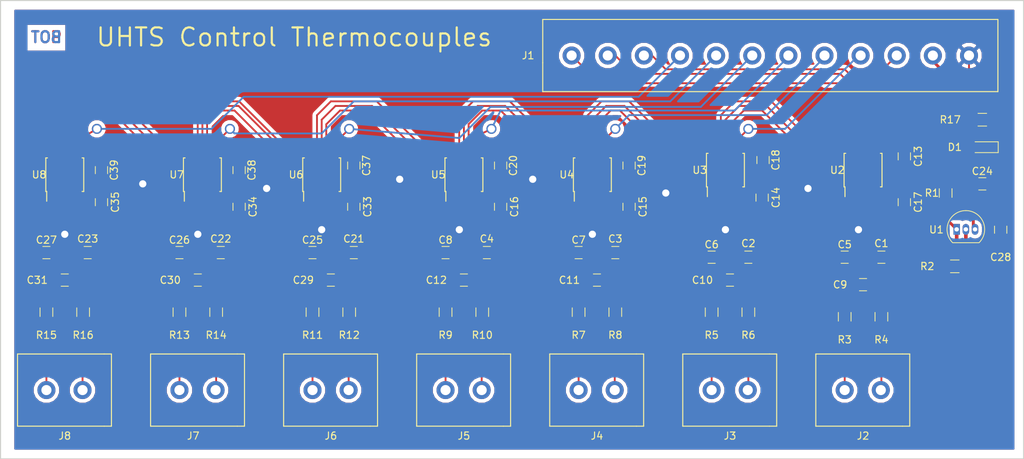
<source format=kicad_pcb>
(kicad_pcb (version 4) (host pcbnew 4.0.7)
  (layers (0 F.Cu signal) (31 B.Cu signal) (34 B.Paste user) (35 F.Paste user) (36 B.SilkS user) (37 F.SilkS user) (38 B.Mask user) (39 F.Mask user) (44 Edge.Cuts user))
  (net 0 "")
  (net 1 "Net-(C1-Pad1)")
  (net 2 GND)
  (net 3 "Net-(C10-Pad2)")
  (net 4 "Net-(C11-Pad2)")
  (net 5 "Net-(C12-Pad2)")
  (net 6 "Net-(C5-Pad1)")
  (net 7 "Net-(C10-Pad1)")
  (net 8 "Net-(C11-Pad1)")
  (net 9 "Net-(C12-Pad1)")
  (net 10 +3V3)
  (net 11 "Net-(C21-Pad1)")
  (net 12 "Net-(C22-Pad1)")
  (net 13 "Net-(C23-Pad1)")
  (net 14 +VSW)
  (net 15 "Net-(C25-Pad1)")
  (net 16 "Net-(C26-Pad1)")
  (net 17 "Net-(C27-Pad1)")
  (net 18 "Net-(D1-Pad2)")
  (net 19 /SDI)
  (net 20 /SDO)
  (net 21 /SCK)
  (net 22 /CS0)
  (net 23 /CS1)
  (net 24 /CS2)
  (net 25 /CS3)
  (net 26 /CS4)
  (net 27 /CS5)
  (net 28 /CS6)
  (net 29 "Net-(J2-Pad1)")
  (net 30 "Net-(J2-Pad2)")
  (net 31 "Net-(J3-Pad1)")
  (net 32 "Net-(J3-Pad2)")
  (net 33 "Net-(J4-Pad1)")
  (net 34 "Net-(J4-Pad2)")
  (net 35 "Net-(J5-Pad1)")
  (net 36 "Net-(J5-Pad2)")
  (net 37 "Net-(J6-Pad1)")
  (net 38 "Net-(J6-Pad2)")
  (net 39 "Net-(J7-Pad1)")
  (net 40 "Net-(J7-Pad2)")
  (net 41 "Net-(J8-Pad1)")
  (net 42 "Net-(J8-Pad2)")
  (net 43 "Net-(R1-Pad1)")
  (net 44 "Net-(U2-Pad6)")
  (net 45 "Net-(U2-Pad7)")
  (net 46 "Net-(U2-Pad13)")
  (net 47 "Net-(U3-Pad6)")
  (net 48 "Net-(U3-Pad7)")
  (net 49 "Net-(U3-Pad13)")
  (net 50 "Net-(U4-Pad6)")
  (net 51 "Net-(U4-Pad7)")
  (net 52 "Net-(U4-Pad13)")
  (net 53 "Net-(U5-Pad6)")
  (net 54 "Net-(U5-Pad7)")
  (net 55 "Net-(U5-Pad13)")
  (net 56 "Net-(U6-Pad6)")
  (net 57 "Net-(U6-Pad7)")
  (net 58 "Net-(U6-Pad13)")
  (net 59 "Net-(U7-Pad6)")
  (net 60 "Net-(U7-Pad7)")
  (net 61 "Net-(U7-Pad13)")
  (net 62 "Net-(U8-Pad6)")
  (net 63 "Net-(U8-Pad7)")
  (net 64 "Net-(U8-Pad13)")
  (module Housings_SSOP:TSSOP-14_4.4x5mm_Pitch0.65mm (layer F.Cu) (at 226.06 57.15 90)
    (fp_text reference U2 (at 0 -3.55 180) (layer F.SilkS))
    (fp_text value MAX31856MUD+)
    (pad 1 smd rect (at -2.95 -1.95 90) (size 1.45 0.45) (layers F.Cu F.Paste F.Mask) (net 2 GND))
    (pad 2 smd rect (at -2.95 -1.3 90) (size 1.45 0.45) (layers F.Cu F.Paste F.Mask) (net 30 "Net-(J2-Pad2)"))
    (pad 3 smd rect (at -2.95 -0.65 90) (size 1.45 0.45) (layers F.Cu F.Paste F.Mask) (net 6 "Net-(C5-Pad1)"))
    (pad 4 smd rect (at -2.95 0 90) (size 1.45 0.45) (layers F.Cu F.Paste F.Mask) (net 1 "Net-(C1-Pad1)"))
    (pad 5 smd rect (at -2.95 0.65 90) (size 1.45 0.45) (layers F.Cu F.Paste F.Mask) (net 10 +3V3))
    (pad 6 smd rect (at -2.95 1.3 90) (size 1.45 0.45) (layers F.Cu F.Paste F.Mask) (net 44 "Net-(U2-Pad6)"))
    (pad 7 smd rect (at -2.95 1.95 90) (size 1.45 0.45) (layers F.Cu F.Paste F.Mask) (net 45 "Net-(U2-Pad7)"))
    (pad 8 smd rect (at 2.95 1.95 90) (size 1.45 0.45) (layers F.Cu F.Paste F.Mask) (net 10 +3V3))
    (pad 9 smd rect (at 2.95 1.3 90) (size 1.45 0.45) (layers F.Cu F.Paste F.Mask) (net 22 /CS0))
    (pad 10 smd rect (at 2.95 0.65 90) (size 1.45 0.45) (layers F.Cu F.Paste F.Mask) (net 21 /SCK))
    (pad 11 smd rect (at 2.95 0 90) (size 1.45 0.45) (layers F.Cu F.Paste F.Mask) (net 20 /SDO))
    (pad 12 smd rect (at 2.95 -0.65 90) (size 1.45 0.45) (layers F.Cu F.Paste F.Mask) (net 19 /SDI))
    (pad 13 smd rect (at 2.95 -1.3 90) (size 1.45 0.45) (layers F.Cu F.Paste F.Mask) (net 46 "Net-(U2-Pad13)"))
    (pad 14 smd rect (at 2.95 -1.95 90) (size 1.45 0.45) (layers F.Cu F.Paste F.Mask) (net 2 GND))
  )
  (module UHTS:RSPro2-wayScrewTerminalPCBMount (layer F.Cu) (at 223.52 87.63 180)
    (fp_text reference J2 (at -2.54 -6.35 180) (layer F.SilkS))
    (fp_text value Conn_01x02)
    (pad 1 thru_hole circle (at -5 0 180) (size 2.5 2.5) (drill 1.4) (layers *.Cu *.Mask) (net 29 "Net-(J2-Pad1)"))
    (pad 2 thru_hole circle (at 0 0 180) (size 2.5 2.5) (drill 1.4) (layers *.Cu *.Mask) (net 30 "Net-(J2-Pad2)"))
  )
  (module Capacitors_SMD:C_0805_HandSoldering (layer F.Cu) (at 228.6 69.215 180)
    (fp_text reference C1 (at 0 1.905 180) (layer F.SilkS))
    (fp_text value 0.01u)
    (pad 1 smd rect (at -1.25 0 180) (size 1.5 1.25) (layers F.Cu F.Paste F.Mask) (net 1 "Net-(C1-Pad1)"))
    (pad 2 smd rect (at 1.25 0 180) (size 1.5 1.25) (layers F.Cu F.Paste F.Mask) (net 2 GND))
  )
  (module Capacitors_SMD:C_0805_HandSoldering (layer F.Cu) (at 223.52 69.215)
    (fp_text reference C5 (at 0 -1.75) (layer F.SilkS))
    (fp_text value 0.01u)
    (pad 1 smd rect (at -1.25 0) (size 1.5 1.25) (layers F.Cu F.Paste F.Mask) (net 6 "Net-(C5-Pad1)"))
    (pad 2 smd rect (at 1.25 0) (size 1.5 1.25) (layers F.Cu F.Paste F.Mask) (net 2 GND))
  )
  (module Capacitors_SMD:C_0805_HandSoldering (layer F.Cu) (at 226.06 73.025)
    (fp_text reference C9 (at -3.175 0) (layer F.SilkS))
    (fp_text value 0.1u)
    (pad 1 smd rect (at -1.25 0) (size 1.5 1.25) (layers F.Cu F.Paste F.Mask) (net 6 "Net-(C5-Pad1)"))
    (pad 2 smd rect (at 1.25 0) (size 1.5 1.25) (layers F.Cu F.Paste F.Mask) (net 1 "Net-(C1-Pad1)"))
  )
  (module Capacitors_SMD:C_0805_HandSoldering (layer F.Cu) (at 210.185 69.215 180)
    (fp_text reference C2 (at 0 1.905 180) (layer F.SilkS))
    (fp_text value 0.01u)
    (pad 1 smd rect (at -1.25 0 180) (size 1.5 1.25) (layers F.Cu F.Paste F.Mask) (net 3 "Net-(C10-Pad2)"))
    (pad 2 smd rect (at 1.25 0 180) (size 1.5 1.25) (layers F.Cu F.Paste F.Mask) (net 2 GND))
  )
  (module Capacitors_SMD:C_0805_HandSoldering (layer F.Cu) (at 191.77 68.58 180)
    (fp_text reference C3 (at 0 1.905 180) (layer F.SilkS))
    (fp_text value 0.01u)
    (pad 1 smd rect (at -1.25 0 180) (size 1.5 1.25) (layers F.Cu F.Paste F.Mask) (net 4 "Net-(C11-Pad2)"))
    (pad 2 smd rect (at 1.25 0 180) (size 1.5 1.25) (layers F.Cu F.Paste F.Mask) (net 2 GND))
  )
  (module Capacitors_SMD:C_0805_HandSoldering (layer F.Cu) (at 173.99 68.58 180)
    (fp_text reference C4 (at 0 1.905 180) (layer F.SilkS))
    (fp_text value 0.01u)
    (pad 1 smd rect (at -1.25 0 180) (size 1.5 1.25) (layers F.Cu F.Paste F.Mask) (net 5 "Net-(C12-Pad2)"))
    (pad 2 smd rect (at 1.25 0 180) (size 1.5 1.25) (layers F.Cu F.Paste F.Mask) (net 2 GND))
  )
  (module Capacitors_SMD:C_0805_HandSoldering (layer F.Cu) (at 205.105 69.215)
    (fp_text reference C6 (at 0 -1.75) (layer F.SilkS))
    (fp_text value 0.01u)
    (pad 1 smd rect (at -1.25 0) (size 1.5 1.25) (layers F.Cu F.Paste F.Mask) (net 7 "Net-(C10-Pad1)"))
    (pad 2 smd rect (at 1.25 0) (size 1.5 1.25) (layers F.Cu F.Paste F.Mask) (net 2 GND))
  )
  (module Capacitors_SMD:C_0805_HandSoldering (layer F.Cu) (at 186.69 68.58)
    (fp_text reference C7 (at 0 -1.75) (layer F.SilkS))
    (fp_text value 0.01u)
    (pad 1 smd rect (at -1.25 0) (size 1.5 1.25) (layers F.Cu F.Paste F.Mask) (net 8 "Net-(C11-Pad1)"))
    (pad 2 smd rect (at 1.25 0) (size 1.5 1.25) (layers F.Cu F.Paste F.Mask) (net 2 GND))
  )
  (module Capacitors_SMD:C_0805_HandSoldering (layer F.Cu) (at 168.275 68.58)
    (fp_text reference C8 (at 0 -1.75) (layer F.SilkS))
    (fp_text value 0.01u)
    (pad 1 smd rect (at -1.25 0) (size 1.5 1.25) (layers F.Cu F.Paste F.Mask) (net 9 "Net-(C12-Pad1)"))
    (pad 2 smd rect (at 1.25 0) (size 1.5 1.25) (layers F.Cu F.Paste F.Mask) (net 2 GND))
  )
  (module Capacitors_SMD:C_0805_HandSoldering (layer F.Cu) (at 207.645 72.39)
    (fp_text reference C10 (at -3.81 0) (layer F.SilkS))
    (fp_text value 0.1u)
    (pad 1 smd rect (at -1.25 0) (size 1.5 1.25) (layers F.Cu F.Paste F.Mask) (net 7 "Net-(C10-Pad1)"))
    (pad 2 smd rect (at 1.25 0) (size 1.5 1.25) (layers F.Cu F.Paste F.Mask) (net 3 "Net-(C10-Pad2)"))
  )
  (module Capacitors_SMD:C_0805_HandSoldering (layer F.Cu) (at 189.23 72.39)
    (fp_text reference C11 (at -3.81 0) (layer F.SilkS))
    (fp_text value 0.1u)
    (pad 1 smd rect (at -1.25 0) (size 1.5 1.25) (layers F.Cu F.Paste F.Mask) (net 8 "Net-(C11-Pad1)"))
    (pad 2 smd rect (at 1.25 0) (size 1.5 1.25) (layers F.Cu F.Paste F.Mask) (net 4 "Net-(C11-Pad2)"))
  )
  (module Capacitors_SMD:C_0805_HandSoldering (layer F.Cu) (at 170.815 72.39)
    (fp_text reference C12 (at -3.81 0) (layer F.SilkS))
    (fp_text value 0.1u)
    (pad 1 smd rect (at -1.25 0) (size 1.5 1.25) (layers F.Cu F.Paste F.Mask) (net 9 "Net-(C12-Pad1)"))
    (pad 2 smd rect (at 1.25 0) (size 1.5 1.25) (layers F.Cu F.Paste F.Mask) (net 5 "Net-(C12-Pad2)"))
  )
  (module Capacitors_SMD:C_0805_HandSoldering (layer F.Cu) (at 231.775 55.245 270)
    (fp_text reference C13 (at 0 -1.905 270) (layer F.SilkS))
    (fp_text value 0.1u)
    (pad 1 smd rect (at -1.25 0 270) (size 1.5 1.25) (layers F.Cu F.Paste F.Mask) (net 10 +3V3))
    (pad 2 smd rect (at 1.25 0 270) (size 1.5 1.25) (layers F.Cu F.Paste F.Mask) (net 2 GND))
  )
  (module Capacitors_SMD:C_0805_HandSoldering (layer F.Cu) (at 212.09 60.96 90)
    (fp_text reference C14 (at 0 1.905 90) (layer F.SilkS))
    (fp_text value 0.1u)
    (pad 1 smd rect (at -1.25 0 90) (size 1.5 1.25) (layers F.Cu F.Paste F.Mask) (net 10 +3V3))
    (pad 2 smd rect (at 1.25 0 90) (size 1.5 1.25) (layers F.Cu F.Paste F.Mask) (net 2 GND))
  )
  (module Capacitors_SMD:C_0805_HandSoldering (layer F.Cu) (at 193.675 62.23 90)
    (fp_text reference C15 (at 0 1.905 90) (layer F.SilkS))
    (fp_text value 0.1u)
    (pad 1 smd rect (at -1.25 0 90) (size 1.5 1.25) (layers F.Cu F.Paste F.Mask) (net 10 +3V3))
    (pad 2 smd rect (at 1.25 0 90) (size 1.5 1.25) (layers F.Cu F.Paste F.Mask) (net 2 GND))
  )
  (module Capacitors_SMD:C_0805_HandSoldering (layer F.Cu) (at 175.895 62.23 90)
    (fp_text reference C16 (at 0 1.905 90) (layer F.SilkS))
    (fp_text value 0.1u)
    (pad 1 smd rect (at -1.25 0 90) (size 1.5 1.25) (layers F.Cu F.Paste F.Mask) (net 10 +3V3))
    (pad 2 smd rect (at 1.25 0 90) (size 1.5 1.25) (layers F.Cu F.Paste F.Mask) (net 2 GND))
  )
  (module Capacitors_SMD:C_0805_HandSoldering (layer F.Cu) (at 231.775 61.595 90)
    (fp_text reference C17 (at 0 1.905 90) (layer F.SilkS))
    (fp_text value 0.1u)
    (pad 1 smd rect (at -1.25 0 90) (size 1.5 1.25) (layers F.Cu F.Paste F.Mask) (net 10 +3V3))
    (pad 2 smd rect (at 1.25 0 90) (size 1.5 1.25) (layers F.Cu F.Paste F.Mask) (net 2 GND))
  )
  (module Capacitors_SMD:C_0805_HandSoldering (layer F.Cu) (at 212.217 55.753 270)
    (fp_text reference C18 (at 0 -1.75 270) (layer F.SilkS))
    (fp_text value 0.1u)
    (pad 1 smd rect (at -1.25 0 270) (size 1.5 1.25) (layers F.Cu F.Paste F.Mask) (net 10 +3V3))
    (pad 2 smd rect (at 1.25 0 270) (size 1.5 1.25) (layers F.Cu F.Paste F.Mask) (net 2 GND))
  )
  (module Capacitors_SMD:C_0805_HandSoldering (layer F.Cu) (at 193.675 56.515 270)
    (fp_text reference C19 (at 0 -1.75 270) (layer F.SilkS))
    (fp_text value 0.1u)
    (pad 1 smd rect (at -1.25 0 270) (size 1.5 1.25) (layers F.Cu F.Paste F.Mask) (net 10 +3V3))
    (pad 2 smd rect (at 1.25 0 270) (size 1.5 1.25) (layers F.Cu F.Paste F.Mask) (net 2 GND))
  )
  (module Capacitors_SMD:C_0805_HandSoldering (layer F.Cu) (at 175.895 56.515 270)
    (fp_text reference C20 (at 0 -1.75 270) (layer F.SilkS))
    (fp_text value 0.1u)
    (pad 1 smd rect (at -1.25 0 270) (size 1.5 1.25) (layers F.Cu F.Paste F.Mask) (net 10 +3V3))
    (pad 2 smd rect (at 1.25 0 270) (size 1.5 1.25) (layers F.Cu F.Paste F.Mask) (net 2 GND))
  )
  (module Capacitors_SMD:C_0805_HandSoldering (layer F.Cu) (at 155.575 68.58 180)
    (fp_text reference C21 (at 0 1.905 180) (layer F.SilkS))
    (fp_text value 0.01u)
    (pad 1 smd rect (at -1.25 0 180) (size 1.5 1.25) (layers F.Cu F.Paste F.Mask) (net 11 "Net-(C21-Pad1)"))
    (pad 2 smd rect (at 1.25 0 180) (size 1.5 1.25) (layers F.Cu F.Paste F.Mask) (net 2 GND))
  )
  (module Capacitors_SMD:C_0805_HandSoldering (layer F.Cu) (at 137.16 68.58 180)
    (fp_text reference C22 (at 0 1.905 180) (layer F.SilkS))
    (fp_text value 0.01u)
    (pad 1 smd rect (at -1.25 0 180) (size 1.5 1.25) (layers F.Cu F.Paste F.Mask) (net 12 "Net-(C22-Pad1)"))
    (pad 2 smd rect (at 1.25 0 180) (size 1.5 1.25) (layers F.Cu F.Paste F.Mask) (net 2 GND))
  )
  (module Capacitors_SMD:C_0805_HandSoldering (layer F.Cu) (at 118.745 68.58 180)
    (fp_text reference C23 (at 0 1.905 180) (layer F.SilkS))
    (fp_text value 0.01u)
    (pad 1 smd rect (at -1.25 0 180) (size 1.5 1.25) (layers F.Cu F.Paste F.Mask) (net 13 "Net-(C23-Pad1)"))
    (pad 2 smd rect (at 1.25 0 180) (size 1.5 1.25) (layers F.Cu F.Paste F.Mask) (net 2 GND))
  )
  (module Capacitors_SMD:C_0805_HandSoldering (layer F.Cu) (at 242.57 59.055)
    (fp_text reference C24 (at 0 -1.75) (layer F.SilkS))
    (fp_text value 0.1uF)
    (pad 1 smd rect (at -1.25 0) (size 1.5 1.25) (layers F.Cu F.Paste F.Mask) (net 14 +VSW))
    (pad 2 smd rect (at 1.25 0) (size 1.5 1.25) (layers F.Cu F.Paste F.Mask) (net 2 GND))
  )
  (module Capacitors_SMD:C_0805_HandSoldering (layer F.Cu) (at 149.86 68.58)
    (fp_text reference C25 (at 0 -1.75) (layer F.SilkS))
    (fp_text value 0.01u)
    (pad 1 smd rect (at -1.25 0) (size 1.5 1.25) (layers F.Cu F.Paste F.Mask) (net 15 "Net-(C25-Pad1)"))
    (pad 2 smd rect (at 1.25 0) (size 1.5 1.25) (layers F.Cu F.Paste F.Mask) (net 2 GND))
  )
  (module Capacitors_SMD:C_0805_HandSoldering (layer F.Cu) (at 131.445 68.58)
    (fp_text reference C26 (at 0 -1.75) (layer F.SilkS))
    (fp_text value 0.01u)
    (pad 1 smd rect (at -1.25 0) (size 1.5 1.25) (layers F.Cu F.Paste F.Mask) (net 16 "Net-(C26-Pad1)"))
    (pad 2 smd rect (at 1.25 0) (size 1.5 1.25) (layers F.Cu F.Paste F.Mask) (net 2 GND))
  )
  (module Capacitors_SMD:C_0805_HandSoldering (layer F.Cu) (at 113.03 68.58)
    (fp_text reference C27 (at 0 -1.75) (layer F.SilkS))
    (fp_text value 0.01u)
    (pad 1 smd rect (at -1.25 0) (size 1.5 1.25) (layers F.Cu F.Paste F.Mask) (net 17 "Net-(C27-Pad1)"))
    (pad 2 smd rect (at 1.25 0) (size 1.5 1.25) (layers F.Cu F.Paste F.Mask) (net 2 GND))
  )
  (module Capacitors_SMD:C_0805_HandSoldering (layer F.Cu) (at 245.11 65.405 90)
    (fp_text reference C28 (at -3.81 0 180) (layer F.SilkS))
    (fp_text value 1uF)
    (pad 1 smd rect (at -1.25 0 90) (size 1.5 1.25) (layers F.Cu F.Paste F.Mask) (net 10 +3V3))
    (pad 2 smd rect (at 1.25 0 90) (size 1.5 1.25) (layers F.Cu F.Paste F.Mask) (net 2 GND))
  )
  (module Capacitors_SMD:C_0805_HandSoldering (layer F.Cu) (at 152.4 72.39)
    (fp_text reference C29 (at -3.81 0) (layer F.SilkS))
    (fp_text value 0.1u)
    (pad 1 smd rect (at -1.25 0) (size 1.5 1.25) (layers F.Cu F.Paste F.Mask) (net 15 "Net-(C25-Pad1)"))
    (pad 2 smd rect (at 1.25 0) (size 1.5 1.25) (layers F.Cu F.Paste F.Mask) (net 11 "Net-(C21-Pad1)"))
  )
  (module Capacitors_SMD:C_0805_HandSoldering (layer F.Cu) (at 133.985 72.39)
    (fp_text reference C30 (at -3.81 0) (layer F.SilkS))
    (fp_text value 0.1u)
    (pad 1 smd rect (at -1.25 0) (size 1.5 1.25) (layers F.Cu F.Paste F.Mask) (net 16 "Net-(C26-Pad1)"))
    (pad 2 smd rect (at 1.25 0) (size 1.5 1.25) (layers F.Cu F.Paste F.Mask) (net 12 "Net-(C22-Pad1)"))
  )
  (module Capacitors_SMD:C_0805_HandSoldering (layer F.Cu) (at 115.57 72.39)
    (fp_text reference C31 (at -3.81 0) (layer F.SilkS))
    (fp_text value 0.1u)
    (pad 1 smd rect (at -1.25 0) (size 1.5 1.25) (layers F.Cu F.Paste F.Mask) (net 17 "Net-(C27-Pad1)"))
    (pad 2 smd rect (at 1.25 0) (size 1.5 1.25) (layers F.Cu F.Paste F.Mask) (net 13 "Net-(C23-Pad1)"))
  )
  (module Capacitors_SMD:C_0805_HandSoldering (layer F.Cu) (at 155.575 62.23 90)
    (fp_text reference C33 (at 0 1.905 90) (layer F.SilkS))
    (fp_text value 0.1u)
    (pad 1 smd rect (at -1.25 0 90) (size 1.5 1.25) (layers F.Cu F.Paste F.Mask) (net 10 +3V3))
    (pad 2 smd rect (at 1.25 0 90) (size 1.5 1.25) (layers F.Cu F.Paste F.Mask) (net 2 GND))
  )
  (module Capacitors_SMD:C_0805_HandSoldering (layer F.Cu) (at 139.7 62.23 90)
    (fp_text reference C34 (at 0 1.905 90) (layer F.SilkS))
    (fp_text value 0.1u)
    (pad 1 smd rect (at -1.25 0 90) (size 1.5 1.25) (layers F.Cu F.Paste F.Mask) (net 10 +3V3))
    (pad 2 smd rect (at 1.25 0 90) (size 1.5 1.25) (layers F.Cu F.Paste F.Mask) (net 2 GND))
  )
  (module Capacitors_SMD:C_0805_HandSoldering (layer F.Cu) (at 120.65 61.595 90)
    (fp_text reference C35 (at 0 1.905 90) (layer F.SilkS))
    (fp_text value 0.1u)
    (pad 1 smd rect (at -1.25 0 90) (size 1.5 1.25) (layers F.Cu F.Paste F.Mask) (net 10 +3V3))
    (pad 2 smd rect (at 1.25 0 90) (size 1.5 1.25) (layers F.Cu F.Paste F.Mask) (net 2 GND))
  )
  (module Capacitors_SMD:C_0805_HandSoldering (layer F.Cu) (at 155.575 56.515 270)
    (fp_text reference C37 (at 0 -1.75 270) (layer F.SilkS))
    (fp_text value 0.1u)
    (pad 1 smd rect (at -1.25 0 270) (size 1.5 1.25) (layers F.Cu F.Paste F.Mask) (net 10 +3V3))
    (pad 2 smd rect (at 1.25 0 270) (size 1.5 1.25) (layers F.Cu F.Paste F.Mask) (net 2 GND))
  )
  (module Capacitors_SMD:C_0805_HandSoldering (layer F.Cu) (at 139.7 57.15 270)
    (fp_text reference C38 (at 0 -1.75 270) (layer F.SilkS))
    (fp_text value 0.1u)
    (pad 1 smd rect (at -1.25 0 270) (size 1.5 1.25) (layers F.Cu F.Paste F.Mask) (net 10 +3V3))
    (pad 2 smd rect (at 1.25 0 270) (size 1.5 1.25) (layers F.Cu F.Paste F.Mask) (net 2 GND))
  )
  (module Capacitors_SMD:C_0805_HandSoldering (layer F.Cu) (at 120.65 57.15 270)
    (fp_text reference C39 (at 0 -1.75 270) (layer F.SilkS))
    (fp_text value 0.1u)
    (pad 1 smd rect (at -1.25 0 270) (size 1.5 1.25) (layers F.Cu F.Paste F.Mask) (net 10 +3V3))
    (pad 2 smd rect (at 1.25 0 270) (size 1.5 1.25) (layers F.Cu F.Paste F.Mask) (net 2 GND))
  )
  (module LEDs:LED_0805_HandSoldering (layer F.Cu) (at 242.57 53.975 180)
    (fp_text reference D1 (at 3.81 0 180) (layer F.SilkS))
    (fp_text value LED)
    (pad 1 smd rect (at -1.35 0 180) (size 1.5 1.3) (layers F.Cu F.Paste F.Mask) (net 2 GND))
    (pad 2 smd rect (at 1.35 0 180) (size 1.5 1.3) (layers F.Cu F.Paste F.Mask) (net 18 "Net-(D1-Pad2)"))
  )
  (module UHTS:RSPro12-wayScrewTerminalPCBMount (layer F.Cu) (at 212.725 41.275 180)
    (fp_text reference J1 (at 33.02 0 180) (layer F.SilkS))
    (fp_text value Conn_01x12)
    (pad 1 thru_hole circle (at -28 0 180) (size 2.5 2.5) (drill 1.4) (layers *.Cu *.Mask) (net 2 GND))
    (pad 2 thru_hole circle (at -23 0 180) (size 2.5 2.5) (drill 1.4) (layers *.Cu *.Mask) (net 14 +VSW))
    (pad 3 thru_hole circle (at -18 0 180) (size 2.5 2.5) (drill 1.4) (layers *.Cu *.Mask) (net 22 /CS0))
    (pad 4 thru_hole circle (at -13 0 180) (size 2.5 2.5) (drill 1.4) (layers *.Cu *.Mask) (net 23 /CS1))
    (pad 5 thru_hole circle (at -8 0 180) (size 2.5 2.5) (drill 1.4) (layers *.Cu *.Mask) (net 24 /CS2))
    (pad 6 thru_hole circle (at -3 0 180) (size 2.5 2.5) (drill 1.4) (layers *.Cu *.Mask) (net 25 /CS3))
    (pad 7 thru_hole circle (at 2 0 180) (size 2.5 2.5) (drill 1.4) (layers *.Cu *.Mask) (net 26 /CS4))
    (pad 8 thru_hole circle (at 7 0 180) (size 2.5 2.5) (drill 1.4) (layers *.Cu *.Mask) (net 27 /CS5))
    (pad 9 thru_hole circle (at 12 0 180) (size 2.5 2.5) (drill 1.4) (layers *.Cu *.Mask) (net 28 /CS6))
    (pad 10 thru_hole circle (at 17 0 180) (size 2.5 2.5) (drill 1.4) (layers *.Cu *.Mask) (net 21 /SCK))
    (pad 11 thru_hole circle (at 22 0 180) (size 2.5 2.5) (drill 1.4) (layers *.Cu *.Mask) (net 20 /SDO))
    (pad 12 thru_hole circle (at 27 0 180) (size 2.5 2.5) (drill 1.4) (layers *.Cu *.Mask) (net 19 /SDI))
  )
  (module UHTS:RSPro2-wayScrewTerminalPCBMount (layer F.Cu) (at 205.105 87.63 180)
    (fp_text reference J3 (at -2.54 -6.35 180) (layer F.SilkS))
    (fp_text value Conn_01x02)
    (pad 1 thru_hole circle (at -5 0 180) (size 2.5 2.5) (drill 1.4) (layers *.Cu *.Mask) (net 31 "Net-(J3-Pad1)"))
    (pad 2 thru_hole circle (at 0 0 180) (size 2.5 2.5) (drill 1.4) (layers *.Cu *.Mask) (net 32 "Net-(J3-Pad2)"))
  )
  (module UHTS:RSPro2-wayScrewTerminalPCBMount (layer F.Cu) (at 186.69 87.63 180)
    (fp_text reference J4 (at -2.54 -6.35 180) (layer F.SilkS))
    (fp_text value Conn_01x02)
    (pad 1 thru_hole circle (at -5 0 180) (size 2.5 2.5) (drill 1.4) (layers *.Cu *.Mask) (net 33 "Net-(J4-Pad1)"))
    (pad 2 thru_hole circle (at 0 0 180) (size 2.5 2.5) (drill 1.4) (layers *.Cu *.Mask) (net 34 "Net-(J4-Pad2)"))
  )
  (module UHTS:RSPro2-wayScrewTerminalPCBMount (layer F.Cu) (at 168.275 87.63 180)
    (fp_text reference J5 (at -2.54 -6.35 180) (layer F.SilkS))
    (fp_text value Conn_01x02)
    (pad 1 thru_hole circle (at -5 0 180) (size 2.5 2.5) (drill 1.4) (layers *.Cu *.Mask) (net 35 "Net-(J5-Pad1)"))
    (pad 2 thru_hole circle (at 0 0 180) (size 2.5 2.5) (drill 1.4) (layers *.Cu *.Mask) (net 36 "Net-(J5-Pad2)"))
  )
  (module UHTS:RSPro2-wayScrewTerminalPCBMount (layer F.Cu) (at 149.86 87.63 180)
    (fp_text reference J6 (at -2.54 -6.35 180) (layer F.SilkS))
    (fp_text value Conn_01x02)
    (pad 1 thru_hole circle (at -5 0 180) (size 2.5 2.5) (drill 1.4) (layers *.Cu *.Mask) (net 37 "Net-(J6-Pad1)"))
    (pad 2 thru_hole circle (at 0 0 180) (size 2.5 2.5) (drill 1.4) (layers *.Cu *.Mask) (net 38 "Net-(J6-Pad2)"))
  )
  (module UHTS:RSPro2-wayScrewTerminalPCBMount (layer F.Cu) (at 131.445 87.63 180)
    (fp_text reference J7 (at -1.905 -6.35 180) (layer F.SilkS))
    (fp_text value Conn_01x02)
    (pad 1 thru_hole circle (at -5 0 180) (size 2.5 2.5) (drill 1.4) (layers *.Cu *.Mask) (net 39 "Net-(J7-Pad1)"))
    (pad 2 thru_hole circle (at 0 0 180) (size 2.5 2.5) (drill 1.4) (layers *.Cu *.Mask) (net 40 "Net-(J7-Pad2)"))
  )
  (module UHTS:RSPro2-wayScrewTerminalPCBMount (layer F.Cu) (at 113.03 87.63 180)
    (fp_text reference J8 (at -2.54 -6.35 180) (layer F.SilkS))
    (fp_text value Conn_01x02)
    (pad 1 thru_hole circle (at -5 0 180) (size 2.5 2.5) (drill 1.4) (layers *.Cu *.Mask) (net 41 "Net-(J8-Pad1)"))
    (pad 2 thru_hole circle (at 0 0 180) (size 2.5 2.5) (drill 1.4) (layers *.Cu *.Mask) (net 42 "Net-(J8-Pad2)"))
  )
  (module Resistors_SMD:R_0805_HandSoldering (layer F.Cu) (at 237.49 60.325 90)
    (fp_text reference R1 (at 0 -1.905 180) (layer F.SilkS))
    (fp_text value 560)
    (pad 1 smd rect (at -1.35 0 90) (size 1.5 1.3) (layers F.Cu F.Paste F.Mask) (net 43 "Net-(R1-Pad1)"))
    (pad 2 smd rect (at 1.35 0 90) (size 1.5 1.3) (layers F.Cu F.Paste F.Mask) (net 2 GND))
  )
  (module Resistors_SMD:R_0805_HandSoldering (layer F.Cu) (at 238.76 70.485 180)
    (fp_text reference R2 (at 3.81 0 180) (layer F.SilkS))
    (fp_text value 330)
    (pad 1 smd rect (at -1.35 0 180) (size 1.5 1.3) (layers F.Cu F.Paste F.Mask) (net 10 +3V3))
    (pad 2 smd rect (at 1.35 0 180) (size 1.5 1.3) (layers F.Cu F.Paste F.Mask) (net 43 "Net-(R1-Pad1)"))
  )
  (module Resistors_SMD:R_0805_HandSoldering (layer F.Cu) (at 223.52 77.47 270)
    (fp_text reference R3 (at 3.175 0 360) (layer F.SilkS))
    (fp_text value 100)
    (pad 1 smd rect (at -1.35 0 270) (size 1.5 1.3) (layers F.Cu F.Paste F.Mask) (net 6 "Net-(C5-Pad1)"))
    (pad 2 smd rect (at 1.35 0 270) (size 1.5 1.3) (layers F.Cu F.Paste F.Mask) (net 30 "Net-(J2-Pad2)"))
  )
  (module Resistors_SMD:R_0805_HandSoldering (layer F.Cu) (at 228.6 77.47 270)
    (fp_text reference R4 (at 3.175 0 360) (layer F.SilkS))
    (fp_text value 100)
    (pad 1 smd rect (at -1.35 0 270) (size 1.5 1.3) (layers F.Cu F.Paste F.Mask) (net 1 "Net-(C1-Pad1)"))
    (pad 2 smd rect (at 1.35 0 270) (size 1.5 1.3) (layers F.Cu F.Paste F.Mask) (net 29 "Net-(J2-Pad1)"))
  )
  (module Resistors_SMD:R_0805_HandSoldering (layer F.Cu) (at 205.105 76.835 270)
    (fp_text reference R5 (at 3.175 0 360) (layer F.SilkS))
    (fp_text value 100)
    (pad 1 smd rect (at -1.35 0 270) (size 1.5 1.3) (layers F.Cu F.Paste F.Mask) (net 7 "Net-(C10-Pad1)"))
    (pad 2 smd rect (at 1.35 0 270) (size 1.5 1.3) (layers F.Cu F.Paste F.Mask) (net 32 "Net-(J3-Pad2)"))
  )
  (module Resistors_SMD:R_0805_HandSoldering (layer F.Cu) (at 210.185 76.835 270)
    (fp_text reference R6 (at 3.175 0 360) (layer F.SilkS))
    (fp_text value 100)
    (pad 1 smd rect (at -1.35 0 270) (size 1.5 1.3) (layers F.Cu F.Paste F.Mask) (net 3 "Net-(C10-Pad2)"))
    (pad 2 smd rect (at 1.35 0 270) (size 1.5 1.3) (layers F.Cu F.Paste F.Mask) (net 31 "Net-(J3-Pad1)"))
  )
  (module Resistors_SMD:R_0805_HandSoldering (layer F.Cu) (at 186.69 76.835 270)
    (fp_text reference R7 (at 3.175 0 360) (layer F.SilkS))
    (fp_text value 100)
    (pad 1 smd rect (at -1.35 0 270) (size 1.5 1.3) (layers F.Cu F.Paste F.Mask) (net 8 "Net-(C11-Pad1)"))
    (pad 2 smd rect (at 1.35 0 270) (size 1.5 1.3) (layers F.Cu F.Paste F.Mask) (net 34 "Net-(J4-Pad2)"))
  )
  (module Resistors_SMD:R_0805_HandSoldering (layer F.Cu) (at 191.77 76.835 270)
    (fp_text reference R8 (at 3.175 0 360) (layer F.SilkS))
    (fp_text value 100)
    (pad 1 smd rect (at -1.35 0 270) (size 1.5 1.3) (layers F.Cu F.Paste F.Mask) (net 4 "Net-(C11-Pad2)"))
    (pad 2 smd rect (at 1.35 0 270) (size 1.5 1.3) (layers F.Cu F.Paste F.Mask) (net 33 "Net-(J4-Pad1)"))
  )
  (module Resistors_SMD:R_0805_HandSoldering (layer F.Cu) (at 168.275 76.835 270)
    (fp_text reference R9 (at 3.175 0 360) (layer F.SilkS))
    (fp_text value 100)
    (pad 1 smd rect (at -1.35 0 270) (size 1.5 1.3) (layers F.Cu F.Paste F.Mask) (net 9 "Net-(C12-Pad1)"))
    (pad 2 smd rect (at 1.35 0 270) (size 1.5 1.3) (layers F.Cu F.Paste F.Mask) (net 36 "Net-(J5-Pad2)"))
  )
  (module Resistors_SMD:R_0805_HandSoldering (layer F.Cu) (at 173.355 76.835 270)
    (fp_text reference R10 (at 3.175 0 360) (layer F.SilkS))
    (fp_text value 100)
    (pad 1 smd rect (at -1.35 0 270) (size 1.5 1.3) (layers F.Cu F.Paste F.Mask) (net 5 "Net-(C12-Pad2)"))
    (pad 2 smd rect (at 1.35 0 270) (size 1.5 1.3) (layers F.Cu F.Paste F.Mask) (net 35 "Net-(J5-Pad1)"))
  )
  (module Resistors_SMD:R_0805_HandSoldering (layer F.Cu) (at 149.86 76.835 270)
    (fp_text reference R11 (at 3.175 0 360) (layer F.SilkS))
    (fp_text value 100)
    (pad 1 smd rect (at -1.35 0 270) (size 1.5 1.3) (layers F.Cu F.Paste F.Mask) (net 15 "Net-(C25-Pad1)"))
    (pad 2 smd rect (at 1.35 0 270) (size 1.5 1.3) (layers F.Cu F.Paste F.Mask) (net 38 "Net-(J6-Pad2)"))
  )
  (module Resistors_SMD:R_0805_HandSoldering (layer F.Cu) (at 154.94 76.835 270)
    (fp_text reference R12 (at 3.175 0 360) (layer F.SilkS))
    (fp_text value 100)
    (pad 1 smd rect (at -1.35 0 270) (size 1.5 1.3) (layers F.Cu F.Paste F.Mask) (net 11 "Net-(C21-Pad1)"))
    (pad 2 smd rect (at 1.35 0 270) (size 1.5 1.3) (layers F.Cu F.Paste F.Mask) (net 37 "Net-(J6-Pad1)"))
  )
  (module Resistors_SMD:R_0805_HandSoldering (layer F.Cu) (at 131.445 76.835 270)
    (fp_text reference R13 (at 3.175 0 360) (layer F.SilkS))
    (fp_text value 100)
    (pad 1 smd rect (at -1.35 0 270) (size 1.5 1.3) (layers F.Cu F.Paste F.Mask) (net 16 "Net-(C26-Pad1)"))
    (pad 2 smd rect (at 1.35 0 270) (size 1.5 1.3) (layers F.Cu F.Paste F.Mask) (net 40 "Net-(J7-Pad2)"))
  )
  (module Resistors_SMD:R_0805_HandSoldering (layer F.Cu) (at 136.525 76.835 270)
    (fp_text reference R14 (at 3.175 0 360) (layer F.SilkS))
    (fp_text value 100)
    (pad 1 smd rect (at -1.35 0 270) (size 1.5 1.3) (layers F.Cu F.Paste F.Mask) (net 12 "Net-(C22-Pad1)"))
    (pad 2 smd rect (at 1.35 0 270) (size 1.5 1.3) (layers F.Cu F.Paste F.Mask) (net 39 "Net-(J7-Pad1)"))
  )
  (module Resistors_SMD:R_0805_HandSoldering (layer F.Cu) (at 113.03 76.835 270)
    (fp_text reference R15 (at 3.175 0 360) (layer F.SilkS))
    (fp_text value 100)
    (pad 1 smd rect (at -1.35 0 270) (size 1.5 1.3) (layers F.Cu F.Paste F.Mask) (net 17 "Net-(C27-Pad1)"))
    (pad 2 smd rect (at 1.35 0 270) (size 1.5 1.3) (layers F.Cu F.Paste F.Mask) (net 42 "Net-(J8-Pad2)"))
  )
  (module Resistors_SMD:R_0805_HandSoldering (layer F.Cu) (at 118.11 76.835 270)
    (fp_text reference R16 (at 3.175 0 360) (layer F.SilkS))
    (fp_text value 100)
    (pad 1 smd rect (at -1.35 0 270) (size 1.5 1.3) (layers F.Cu F.Paste F.Mask) (net 13 "Net-(C23-Pad1)"))
    (pad 2 smd rect (at 1.35 0 270) (size 1.5 1.3) (layers F.Cu F.Paste F.Mask) (net 41 "Net-(J8-Pad1)"))
  )
  (module Resistors_SMD:R_0805_HandSoldering (layer F.Cu) (at 242.57 50.165)
    (fp_text reference R17 (at -4.445 0) (layer F.SilkS))
    (fp_text value 820)
    (pad 1 smd rect (at -1.35 0) (size 1.5 1.3) (layers F.Cu F.Paste F.Mask) (net 14 +VSW))
    (pad 2 smd rect (at 1.35 0) (size 1.5 1.3) (layers F.Cu F.Paste F.Mask) (net 18 "Net-(D1-Pad2)"))
  )
  (module TO_SOT_Packages_THT:TO-92_Inline_Narrow_Oval (layer F.Cu) (at 239.02 65.36)
    (fp_text reference U1 (at -2.8 0.045) (layer F.SilkS))
    (fp_text value LM317L_TO92)
    (pad 2 thru_hole oval (at 1.27 0 180) (size 0.9 1.5) (drill 0.6) (layers *.Cu *.Mask) (net 10 +3V3))
    (pad 3 thru_hole oval (at 2.54 0 180) (size 0.9 1.5) (drill 0.6) (layers *.Cu *.Mask) (net 14 +VSW))
    (pad 1 thru_hole rect (at 0 0 180) (size 0.9 1.5) (drill 0.6) (layers *.Cu *.Mask) (net 43 "Net-(R1-Pad1)"))
  )
  (module Housings_SSOP:TSSOP-14_4.4x5mm_Pitch0.65mm (layer F.Cu) (at 207.01 57.15 90)
    (fp_text reference U3 (at 0 -3.55 180) (layer F.SilkS))
    (fp_text value MAX31856MUD+)
    (pad 1 smd rect (at -2.95 -1.95 90) (size 1.45 0.45) (layers F.Cu F.Paste F.Mask) (net 2 GND))
    (pad 2 smd rect (at -2.95 -1.3 90) (size 1.45 0.45) (layers F.Cu F.Paste F.Mask) (net 32 "Net-(J3-Pad2)"))
    (pad 3 smd rect (at -2.95 -0.65 90) (size 1.45 0.45) (layers F.Cu F.Paste F.Mask) (net 7 "Net-(C10-Pad1)"))
    (pad 4 smd rect (at -2.95 0 90) (size 1.45 0.45) (layers F.Cu F.Paste F.Mask) (net 3 "Net-(C10-Pad2)"))
    (pad 5 smd rect (at -2.95 0.65 90) (size 1.45 0.45) (layers F.Cu F.Paste F.Mask) (net 10 +3V3))
    (pad 6 smd rect (at -2.95 1.3 90) (size 1.45 0.45) (layers F.Cu F.Paste F.Mask) (net 47 "Net-(U3-Pad6)"))
    (pad 7 smd rect (at -2.95 1.95 90) (size 1.45 0.45) (layers F.Cu F.Paste F.Mask) (net 48 "Net-(U3-Pad7)"))
    (pad 8 smd rect (at 2.95 1.95 90) (size 1.45 0.45) (layers F.Cu F.Paste F.Mask) (net 10 +3V3))
    (pad 9 smd rect (at 2.95 1.3 90) (size 1.45 0.45) (layers F.Cu F.Paste F.Mask) (net 23 /CS1))
    (pad 10 smd rect (at 2.95 0.65 90) (size 1.45 0.45) (layers F.Cu F.Paste F.Mask) (net 21 /SCK))
    (pad 11 smd rect (at 2.95 0 90) (size 1.45 0.45) (layers F.Cu F.Paste F.Mask) (net 20 /SDO))
    (pad 12 smd rect (at 2.95 -0.65 90) (size 1.45 0.45) (layers F.Cu F.Paste F.Mask) (net 19 /SDI))
    (pad 13 smd rect (at 2.95 -1.3 90) (size 1.45 0.45) (layers F.Cu F.Paste F.Mask) (net 49 "Net-(U3-Pad13)"))
    (pad 14 smd rect (at 2.95 -1.95 90) (size 1.45 0.45) (layers F.Cu F.Paste F.Mask) (net 2 GND))
  )
  (module Housings_SSOP:TSSOP-14_4.4x5mm_Pitch0.65mm (layer F.Cu) (at 188.595 57.785 90)
    (fp_text reference U4 (at 0 -3.55 180) (layer F.SilkS))
    (fp_text value MAX31856MUD+)
    (pad 1 smd rect (at -2.95 -1.95 90) (size 1.45 0.45) (layers F.Cu F.Paste F.Mask) (net 2 GND))
    (pad 2 smd rect (at -2.95 -1.3 90) (size 1.45 0.45) (layers F.Cu F.Paste F.Mask) (net 34 "Net-(J4-Pad2)"))
    (pad 3 smd rect (at -2.95 -0.65 90) (size 1.45 0.45) (layers F.Cu F.Paste F.Mask) (net 8 "Net-(C11-Pad1)"))
    (pad 4 smd rect (at -2.95 0 90) (size 1.45 0.45) (layers F.Cu F.Paste F.Mask) (net 4 "Net-(C11-Pad2)"))
    (pad 5 smd rect (at -2.95 0.65 90) (size 1.45 0.45) (layers F.Cu F.Paste F.Mask) (net 10 +3V3))
    (pad 6 smd rect (at -2.95 1.3 90) (size 1.45 0.45) (layers F.Cu F.Paste F.Mask) (net 50 "Net-(U4-Pad6)"))
    (pad 7 smd rect (at -2.95 1.95 90) (size 1.45 0.45) (layers F.Cu F.Paste F.Mask) (net 51 "Net-(U4-Pad7)"))
    (pad 8 smd rect (at 2.95 1.95 90) (size 1.45 0.45) (layers F.Cu F.Paste F.Mask) (net 10 +3V3))
    (pad 9 smd rect (at 2.95 1.3 90) (size 1.45 0.45) (layers F.Cu F.Paste F.Mask) (net 24 /CS2))
    (pad 10 smd rect (at 2.95 0.65 90) (size 1.45 0.45) (layers F.Cu F.Paste F.Mask) (net 21 /SCK))
    (pad 11 smd rect (at 2.95 0 90) (size 1.45 0.45) (layers F.Cu F.Paste F.Mask) (net 20 /SDO))
    (pad 12 smd rect (at 2.95 -0.65 90) (size 1.45 0.45) (layers F.Cu F.Paste F.Mask) (net 19 /SDI))
    (pad 13 smd rect (at 2.95 -1.3 90) (size 1.45 0.45) (layers F.Cu F.Paste F.Mask) (net 52 "Net-(U4-Pad13)"))
    (pad 14 smd rect (at 2.95 -1.95 90) (size 1.45 0.45) (layers F.Cu F.Paste F.Mask) (net 2 GND))
  )
  (module Housings_SSOP:TSSOP-14_4.4x5mm_Pitch0.65mm (layer F.Cu) (at 170.815 57.785 90)
    (fp_text reference U5 (at 0 -3.55 180) (layer F.SilkS))
    (fp_text value MAX31856MUD+)
    (pad 1 smd rect (at -2.95 -1.95 90) (size 1.45 0.45) (layers F.Cu F.Paste F.Mask) (net 2 GND))
    (pad 2 smd rect (at -2.95 -1.3 90) (size 1.45 0.45) (layers F.Cu F.Paste F.Mask) (net 36 "Net-(J5-Pad2)"))
    (pad 3 smd rect (at -2.95 -0.65 90) (size 1.45 0.45) (layers F.Cu F.Paste F.Mask) (net 9 "Net-(C12-Pad1)"))
    (pad 4 smd rect (at -2.95 0 90) (size 1.45 0.45) (layers F.Cu F.Paste F.Mask) (net 5 "Net-(C12-Pad2)"))
    (pad 5 smd rect (at -2.95 0.65 90) (size 1.45 0.45) (layers F.Cu F.Paste F.Mask) (net 10 +3V3))
    (pad 6 smd rect (at -2.95 1.3 90) (size 1.45 0.45) (layers F.Cu F.Paste F.Mask) (net 53 "Net-(U5-Pad6)"))
    (pad 7 smd rect (at -2.95 1.95 90) (size 1.45 0.45) (layers F.Cu F.Paste F.Mask) (net 54 "Net-(U5-Pad7)"))
    (pad 8 smd rect (at 2.95 1.95 90) (size 1.45 0.45) (layers F.Cu F.Paste F.Mask) (net 10 +3V3))
    (pad 9 smd rect (at 2.95 1.3 90) (size 1.45 0.45) (layers F.Cu F.Paste F.Mask) (net 25 /CS3))
    (pad 10 smd rect (at 2.95 0.65 90) (size 1.45 0.45) (layers F.Cu F.Paste F.Mask) (net 21 /SCK))
    (pad 11 smd rect (at 2.95 0 90) (size 1.45 0.45) (layers F.Cu F.Paste F.Mask) (net 20 /SDO))
    (pad 12 smd rect (at 2.95 -0.65 90) (size 1.45 0.45) (layers F.Cu F.Paste F.Mask) (net 19 /SDI))
    (pad 13 smd rect (at 2.95 -1.3 90) (size 1.45 0.45) (layers F.Cu F.Paste F.Mask) (net 55 "Net-(U5-Pad13)"))
    (pad 14 smd rect (at 2.95 -1.95 90) (size 1.45 0.45) (layers F.Cu F.Paste F.Mask) (net 2 GND))
  )
  (module Housings_SSOP:TSSOP-14_4.4x5mm_Pitch0.65mm (layer F.Cu) (at 151.13 57.785 90)
    (fp_text reference U6 (at 0 -3.55 180) (layer F.SilkS))
    (fp_text value MAX31856MUD+)
    (pad 1 smd rect (at -2.95 -1.95 90) (size 1.45 0.45) (layers F.Cu F.Paste F.Mask) (net 2 GND))
    (pad 2 smd rect (at -2.95 -1.3 90) (size 1.45 0.45) (layers F.Cu F.Paste F.Mask) (net 38 "Net-(J6-Pad2)"))
    (pad 3 smd rect (at -2.95 -0.65 90) (size 1.45 0.45) (layers F.Cu F.Paste F.Mask) (net 15 "Net-(C25-Pad1)"))
    (pad 4 smd rect (at -2.95 0 90) (size 1.45 0.45) (layers F.Cu F.Paste F.Mask) (net 11 "Net-(C21-Pad1)"))
    (pad 5 smd rect (at -2.95 0.65 90) (size 1.45 0.45) (layers F.Cu F.Paste F.Mask) (net 10 +3V3))
    (pad 6 smd rect (at -2.95 1.3 90) (size 1.45 0.45) (layers F.Cu F.Paste F.Mask) (net 56 "Net-(U6-Pad6)"))
    (pad 7 smd rect (at -2.95 1.95 90) (size 1.45 0.45) (layers F.Cu F.Paste F.Mask) (net 57 "Net-(U6-Pad7)"))
    (pad 8 smd rect (at 2.95 1.95 90) (size 1.45 0.45) (layers F.Cu F.Paste F.Mask) (net 10 +3V3))
    (pad 9 smd rect (at 2.95 1.3 90) (size 1.45 0.45) (layers F.Cu F.Paste F.Mask) (net 26 /CS4))
    (pad 10 smd rect (at 2.95 0.65 90) (size 1.45 0.45) (layers F.Cu F.Paste F.Mask) (net 21 /SCK))
    (pad 11 smd rect (at 2.95 0 90) (size 1.45 0.45) (layers F.Cu F.Paste F.Mask) (net 20 /SDO))
    (pad 12 smd rect (at 2.95 -0.65 90) (size 1.45 0.45) (layers F.Cu F.Paste F.Mask) (net 19 /SDI))
    (pad 13 smd rect (at 2.95 -1.3 90) (size 1.45 0.45) (layers F.Cu F.Paste F.Mask) (net 58 "Net-(U6-Pad13)"))
    (pad 14 smd rect (at 2.95 -1.95 90) (size 1.45 0.45) (layers F.Cu F.Paste F.Mask) (net 2 GND))
  )
  (module Housings_SSOP:TSSOP-14_4.4x5mm_Pitch0.65mm (layer F.Cu) (at 134.62 57.785 90)
    (fp_text reference U7 (at 0 -3.55 180) (layer F.SilkS))
    (fp_text value MAX31856MUD+)
    (pad 1 smd rect (at -2.95 -1.95 90) (size 1.45 0.45) (layers F.Cu F.Paste F.Mask) (net 2 GND))
    (pad 2 smd rect (at -2.95 -1.3 90) (size 1.45 0.45) (layers F.Cu F.Paste F.Mask) (net 40 "Net-(J7-Pad2)"))
    (pad 3 smd rect (at -2.95 -0.65 90) (size 1.45 0.45) (layers F.Cu F.Paste F.Mask) (net 16 "Net-(C26-Pad1)"))
    (pad 4 smd rect (at -2.95 0 90) (size 1.45 0.45) (layers F.Cu F.Paste F.Mask) (net 12 "Net-(C22-Pad1)"))
    (pad 5 smd rect (at -2.95 0.65 90) (size 1.45 0.45) (layers F.Cu F.Paste F.Mask) (net 10 +3V3))
    (pad 6 smd rect (at -2.95 1.3 90) (size 1.45 0.45) (layers F.Cu F.Paste F.Mask) (net 59 "Net-(U7-Pad6)"))
    (pad 7 smd rect (at -2.95 1.95 90) (size 1.45 0.45) (layers F.Cu F.Paste F.Mask) (net 60 "Net-(U7-Pad7)"))
    (pad 8 smd rect (at 2.95 1.95 90) (size 1.45 0.45) (layers F.Cu F.Paste F.Mask) (net 10 +3V3))
    (pad 9 smd rect (at 2.95 1.3 90) (size 1.45 0.45) (layers F.Cu F.Paste F.Mask) (net 27 /CS5))
    (pad 10 smd rect (at 2.95 0.65 90) (size 1.45 0.45) (layers F.Cu F.Paste F.Mask) (net 21 /SCK))
    (pad 11 smd rect (at 2.95 0 90) (size 1.45 0.45) (layers F.Cu F.Paste F.Mask) (net 20 /SDO))
    (pad 12 smd rect (at 2.95 -0.65 90) (size 1.45 0.45) (layers F.Cu F.Paste F.Mask) (net 19 /SDI))
    (pad 13 smd rect (at 2.95 -1.3 90) (size 1.45 0.45) (layers F.Cu F.Paste F.Mask) (net 61 "Net-(U7-Pad13)"))
    (pad 14 smd rect (at 2.95 -1.95 90) (size 1.45 0.45) (layers F.Cu F.Paste F.Mask) (net 2 GND))
  )
  (module Housings_SSOP:TSSOP-14_4.4x5mm_Pitch0.65mm (layer F.Cu) (at 115.57 57.785 90)
    (fp_text reference U8 (at 0 -3.55 180) (layer F.SilkS))
    (fp_text value MAX31856MUD+)
    (pad 1 smd rect (at -2.95 -1.95 90) (size 1.45 0.45) (layers F.Cu F.Paste F.Mask) (net 2 GND))
    (pad 2 smd rect (at -2.95 -1.3 90) (size 1.45 0.45) (layers F.Cu F.Paste F.Mask) (net 42 "Net-(J8-Pad2)"))
    (pad 3 smd rect (at -2.95 -0.65 90) (size 1.45 0.45) (layers F.Cu F.Paste F.Mask) (net 17 "Net-(C27-Pad1)"))
    (pad 4 smd rect (at -2.95 0 90) (size 1.45 0.45) (layers F.Cu F.Paste F.Mask) (net 13 "Net-(C23-Pad1)"))
    (pad 5 smd rect (at -2.95 0.65 90) (size 1.45 0.45) (layers F.Cu F.Paste F.Mask) (net 10 +3V3))
    (pad 6 smd rect (at -2.95 1.3 90) (size 1.45 0.45) (layers F.Cu F.Paste F.Mask) (net 62 "Net-(U8-Pad6)"))
    (pad 7 smd rect (at -2.95 1.95 90) (size 1.45 0.45) (layers F.Cu F.Paste F.Mask) (net 63 "Net-(U8-Pad7)"))
    (pad 8 smd rect (at 2.95 1.95 90) (size 1.45 0.45) (layers F.Cu F.Paste F.Mask) (net 10 +3V3))
    (pad 9 smd rect (at 2.95 1.3 90) (size 1.45 0.45) (layers F.Cu F.Paste F.Mask) (net 28 /CS6))
    (pad 10 smd rect (at 2.95 0.65 90) (size 1.45 0.45) (layers F.Cu F.Paste F.Mask) (net 21 /SCK))
    (pad 11 smd rect (at 2.95 0 90) (size 1.45 0.45) (layers F.Cu F.Paste F.Mask) (net 20 /SDO))
    (pad 12 smd rect (at 2.95 -0.65 90) (size 1.45 0.45) (layers F.Cu F.Paste F.Mask) (net 19 /SDI))
    (pad 13 smd rect (at 2.95 -1.3 90) (size 1.45 0.45) (layers F.Cu F.Paste F.Mask) (net 64 "Net-(U8-Pad13)"))
    (pad 14 smd rect (at 2.95 -1.95 90) (size 1.45 0.45) (layers F.Cu F.Paste F.Mask) (net 2 GND))
  )
  (gr_text BOT (at 113.03 38.735) (layer B.Cu) (effects (font (size 1.5 1.5) (thickness 0.3)) (justify mirror)))
  (gr_text "UHTS Control Thermocouples" (at 147.32 38.735) (layer F.SilkS) (effects (font (size 2.5 2.5) (thickness 0.3))))
  (gr_text TOP (at 113.03 38.735) (layer F.Cu) (effects (font (size 1.5 1.5) (thickness 0.3))))
  (gr_line (start 106.68 33.655) (end 106.68 97.155) (angle 90) (layer Edge.Cuts) (width 0.15))
  (gr_line (start 106.68 33.655) (end 248.285 33.655) (angle 90) (layer Edge.Cuts) (width 0.15))
  (gr_line (start 248.285 97.155) (end 106.68 97.155) (angle 90) (layer Edge.Cuts) (width 0.15))
  (gr_line (start 248.285 33.655) (end 248.285 97.155) (angle 90) (layer Edge.Cuts) (width 0.15))
  (segment (start 229.85 67.945) (end 230.505 67.945) (width 0.25) (layer F.Cu) (net 0))
  (segment (start 227.31 73.025) (end 227.31 71.755) (width 0.25) (layer F.Cu) (net 1))
  (segment (start 227.31 71.755) (end 229.85 69.215) (width 0.25) (layer F.Cu) (net 1))
  (segment (start 226.06 60.1) (end 226.06 62.865) (width 0.25) (layer F.Cu) (net 1))
  (segment (start 226.06 62.865) (end 228.6 65.405) (width 0.25) (layer F.Cu) (net 1))
  (segment (start 228.6 65.405) (end 228.6 67.965) (width 0.25) (layer F.Cu) (net 1))
  (segment (start 228.6 67.965) (end 229.85 69.215) (width 0.25) (layer F.Cu) (net 1))
  (segment (start 227.31 73.025) (end 227.31 74.83) (width 0.25) (layer F.Cu) (net 1))
  (segment (start 227.31 74.83) (end 228.6 76.12) (width 0.25) (layer F.Cu) (net 1))
  (segment (start 231.775 59.075) (end 231.775 57.15) (width 0.25) (layer F.Cu) (net 2))
  (segment (start 233.68 55.245) (end 233.68 52.705) (width 0.25) (layer F.Cu) (net 2))
  (segment (start 231.775 57.15) (end 233.68 55.245) (width 0.25) (layer F.Cu) (net 2))
  (segment (start 237.49 58.975) (end 237.49 56.515) (width 0.25) (layer F.Cu) (net 2))
  (segment (start 234.315 53.34) (end 233.68 52.705) (width 0.25) (layer F.Cu) (net 2))
  (segment (start 237.49 56.515) (end 234.315 53.34) (width 0.25) (layer F.Cu) (net 2))
  (segment (start 113.62 60.735) (end 113.62 54.655) (width 0.25) (layer F.Cu) (net 2))
  (segment (start 113.62 54.655) (end 113.62 54.835) (width 0.25) (layer F.Cu) (net 2))
  (segment (start 225.425 65.405) (end 227.33 67.945) (width 0.25) (layer F.Cu) (net 2))
  (segment (start 224.77 67.965) (end 225.425 65.405) (width 0.25) (layer F.Cu) (net 2))
  (via (at 225.425 65.405) (size 1.4) (drill 1) (layers F.Cu B.Cu) (net 2))
  (segment (start 224.77 69.215) (end 224.77 67.965) (width 0.25) (layer F.Cu) (net 2))
  (segment (start 227.33 67.945) (end 227.33 69.195) (width 0.25) (layer F.Cu) (net 2))
  (segment (start 227.33 69.195) (end 227.35 69.215) (width 0.25) (layer F.Cu) (net 2))
  (segment (start 205.06 54.2) (end 205.06 53.295) (width 0.25) (layer F.Cu) (net 2))
  (segment (start 205.06 53.295) (end 197.485 45.72) (width 0.25) (layer F.Cu) (net 2))
  (segment (start 224.11 54.2) (end 224.11 49.485) (width 0.25) (layer F.Cu) (net 2))
  (segment (start 220.345 45.72) (end 197.485 45.72) (width 0.25) (layer F.Cu) (net 2))
  (segment (start 197.485 45.72) (end 182.245 45.72) (width 0.25) (layer F.Cu) (net 2))
  (segment (start 224.11 49.485) (end 220.345 45.72) (width 0.25) (layer F.Cu) (net 2))
  (segment (start 186.645 54.835) (end 186.645 51.39) (width 0.25) (layer F.Cu) (net 2))
  (segment (start 182.245 46.99) (end 182.245 45.72) (width 0.25) (layer F.Cu) (net 2))
  (segment (start 182.245 45.72) (end 182.245 38.735) (width 0.25) (layer F.Cu) (net 2))
  (segment (start 186.645 51.39) (end 182.245 46.99) (width 0.25) (layer F.Cu) (net 2))
  (segment (start 168.865 54.835) (end 168.865 43.86) (width 0.25) (layer F.Cu) (net 2))
  (segment (start 168.865 43.86) (end 173.99 38.735) (width 0.25) (layer F.Cu) (net 2))
  (segment (start 149.18 48.895) (end 149.18 48.305) (width 0.25) (layer F.Cu) (net 2))
  (segment (start 149.18 48.305) (end 158.75 38.735) (width 0.25) (layer F.Cu) (net 2))
  (segment (start 132.67 48.895) (end 132.67 48.305) (width 0.25) (layer F.Cu) (net 2))
  (segment (start 132.67 48.305) (end 142.24 38.735) (width 0.25) (layer F.Cu) (net 2))
  (segment (start 234.95 38.735) (end 182.245 38.735) (width 0.25) (layer F.Cu) (net 2))
  (segment (start 182.245 38.735) (end 173.99 38.735) (width 0.25) (layer F.Cu) (net 2))
  (segment (start 173.99 38.735) (end 158.75 38.735) (width 0.25) (layer F.Cu) (net 2))
  (segment (start 158.75 38.735) (end 142.24 38.735) (width 0.25) (layer F.Cu) (net 2))
  (segment (start 142.24 38.735) (end 122.555 38.735) (width 0.25) (layer F.Cu) (net 2))
  (segment (start 113.62 47.67) (end 113.665 47.625) (width 0.25) (layer F.Cu) (net 2))
  (segment (start 114.935 46.355) (end 113.665 47.625) (width 0.25) (layer F.Cu) (net 2))
  (segment (start 113.62 48.26) (end 113.62 47.67) (width 0.25) (layer F.Cu) (net 2))
  (segment (start 122.555 38.735) (end 114.935 46.355) (width 0.25) (layer F.Cu) (net 2))
  (segment (start 231.775 51.455) (end 231.775 44.45) (width 0.25) (layer F.Cu) (net 2))
  (segment (start 238.185 38.735) (end 240.725 41.275) (width 0.25) (layer F.Cu) (net 2))
  (segment (start 231.775 44.45) (end 233.045 43.18) (width 0.25) (layer F.Cu) (net 2))
  (segment (start 233.045 43.18) (end 233.045 40.64) (width 0.25) (layer F.Cu) (net 2))
  (segment (start 233.045 40.64) (end 234.95 38.735) (width 0.25) (layer F.Cu) (net 2))
  (segment (start 234.95 38.735) (end 238.185 38.735) (width 0.25) (layer F.Cu) (net 2))
  (segment (start 232.43 51.455) (end 231.775 51.455) (width 0.25) (layer F.Cu) (net 2))
  (segment (start 233.68 52.705) (end 232.43 51.455) (width 0.25) (layer F.Cu) (net 2))
  (segment (start 231.775 59.075) (end 231.775 58.42) (width 0.25) (layer F.Cu) (net 2))
  (segment (start 240.725 41.275) (end 240.725 43.875) (width 0.25) (layer F.Cu) (net 2))
  (segment (start 240.725 43.875) (end 245.745 48.895) (width 0.25) (layer F.Cu) (net 2))
  (segment (start 245.745 48.895) (end 245.745 53.34) (width 0.25) (layer F.Cu) (net 2))
  (via (at 115.57 66.04) (size 1.4) (drill 1) (layers F.Cu B.Cu) (net 2))
  (segment (start 126.365 59.055) (end 126.365 66.04) (width 0.25) (layer B.Cu) (net 2))
  (segment (start 126.365 66.04) (end 140.335 80.01) (width 0.25) (layer B.Cu) (net 2))
  (via (at 126.365 59.055) (size 1.4) (drill 1) (layers F.Cu B.Cu) (net 2))
  (segment (start 140.335 80.01) (end 149.86 80.01) (width 0.25) (layer B.Cu) (net 2))
  (segment (start 133.985 66.04) (end 135.89 66.04) (width 0.25) (layer B.Cu) (net 2))
  (segment (start 135.89 66.04) (end 149.86 80.01) (width 0.25) (layer B.Cu) (net 2))
  (via (at 133.985 66.04) (size 1.4) (drill 1) (layers F.Cu B.Cu) (net 2))
  (segment (start 149.86 80.01) (end 157.48 80.01) (width 0.25) (layer B.Cu) (net 2))
  (segment (start 188.595 66.04) (end 189.23 72.39) (width 0.25) (layer B.Cu) (net 2))
  (via (at 188.595 66.04) (size 1.4) (drill 1) (layers F.Cu B.Cu) (net 2))
  (segment (start 189.23 72.39) (end 181.61 80.01) (width 0.25) (layer B.Cu) (net 2))
  (segment (start 170.18 65.405) (end 170.815 71.755) (width 0.25) (layer B.Cu) (net 2))
  (via (at 170.18 65.405) (size 1.4) (drill 1) (layers F.Cu B.Cu) (net 2))
  (segment (start 170.815 71.755) (end 179.07 80.01) (width 0.25) (layer B.Cu) (net 2))
  (segment (start 143.51 59.69) (end 143.51 66.04) (width 0.25) (layer B.Cu) (net 2))
  (segment (start 143.51 66.04) (end 157.48 80.01) (width 0.25) (layer B.Cu) (net 2))
  (via (at 143.51 59.69) (size 1.4) (drill 1) (layers F.Cu B.Cu) (net 2))
  (segment (start 157.48 80.01) (end 167.005 80.01) (width 0.25) (layer B.Cu) (net 2))
  (segment (start 151.13 65.405) (end 166.37 80.01) (width 0.25) (layer B.Cu) (net 2))
  (segment (start 166.37 80.01) (end 167.005 80.01) (width 0.25) (layer B.Cu) (net 2))
  (via (at 151.13 65.405) (size 1.4) (drill 1) (layers F.Cu B.Cu) (net 2))
  (segment (start 167.005 80.01) (end 175.895 80.01) (width 0.25) (layer B.Cu) (net 2))
  (segment (start 180.975 80.01) (end 180.34 80.01) (width 0.25) (layer B.Cu) (net 2))
  (segment (start 179.07 80.01) (end 180.34 80.01) (width 0.25) (layer B.Cu) (net 2))
  (segment (start 175.895 80.01) (end 179.07 80.01) (width 0.25) (layer B.Cu) (net 2))
  (segment (start 161.925 66.04) (end 175.895 80.01) (width 0.25) (layer B.Cu) (net 2))
  (segment (start 161.925 66.04) (end 161.925 58.42) (width 0.25) (layer B.Cu) (net 2))
  (via (at 161.925 58.42) (size 1.4) (drill 1) (layers F.Cu B.Cu) (net 2))
  (segment (start 180.34 58.42) (end 180.34 79.375) (width 0.25) (layer B.Cu) (net 2))
  (via (at 180.34 58.42) (size 1.4) (drill 1) (layers F.Cu B.Cu) (net 2))
  (segment (start 180.975 80.01) (end 181.61 80.01) (width 0.25) (layer B.Cu) (net 2))
  (segment (start 181.61 80.01) (end 182.88 80.01) (width 0.25) (layer B.Cu) (net 2))
  (segment (start 180.34 79.375) (end 180.975 80.01) (width 0.25) (layer B.Cu) (net 2))
  (segment (start 198.755 60.325) (end 198.755 64.135) (width 0.25) (layer B.Cu) (net 2))
  (segment (start 198.755 64.135) (end 182.88 80.01) (width 0.25) (layer B.Cu) (net 2))
  (via (at 198.755 60.325) (size 1.4) (drill 1) (layers F.Cu B.Cu) (net 2))
  (segment (start 207.01 65.405) (end 207.01 66.04) (width 0.25) (layer B.Cu) (net 2))
  (via (at 207.01 65.405) (size 1.4) (drill 1) (layers F.Cu B.Cu) (net 2))
  (segment (start 207.01 66.04) (end 194.945 80.01) (width 0.25) (layer B.Cu) (net 2))
  (segment (start 218.44 59.69) (end 218.44 69.85) (width 0.25) (layer B.Cu) (net 2))
  (segment (start 208.28 80.01) (end 194.945 80.01) (width 0.25) (layer B.Cu) (net 2))
  (segment (start 218.44 69.85) (end 208.28 80.01) (width 0.25) (layer B.Cu) (net 2))
  (segment (start 194.945 80.01) (end 182.88 80.01) (width 0.25) (layer B.Cu) (net 2))
  (segment (start 113.62 54.835) (end 113.62 48.26) (width 0.25) (layer F.Cu) (net 2))
  (segment (start 113.62 48.26) (end 113.62 48.305) (width 0.25) (layer F.Cu) (net 2))
  (segment (start 132.67 54.835) (end 132.67 48.895) (width 0.25) (layer F.Cu) (net 2))
  (segment (start 132.67 48.895) (end 132.67 48.94) (width 0.25) (layer F.Cu) (net 2))
  (segment (start 149.18 54.835) (end 149.18 48.895) (width 0.25) (layer F.Cu) (net 2))
  (segment (start 149.18 48.895) (end 149.18 48.94) (width 0.25) (layer F.Cu) (net 2))
  (segment (start 120.65 58.4) (end 125.71 58.4) (width 0.25) (layer F.Cu) (net 2))
  (segment (start 125.71 58.4) (end 126.365 59.055) (width 0.25) (layer F.Cu) (net 2))
  (segment (start 120.65 60.345) (end 125.075 60.345) (width 0.25) (layer F.Cu) (net 2))
  (segment (start 128.045 60.735) (end 126.365 59.055) (width 0.25) (layer F.Cu) (net 2))
  (segment (start 128.045 60.735) (end 132.67 60.735) (width 0.25) (layer F.Cu) (net 2))
  (segment (start 125.075 60.345) (end 126.365 59.055) (width 0.25) (layer F.Cu) (net 2))
  (segment (start 139.7 58.4) (end 142.22 58.4) (width 0.25) (layer F.Cu) (net 2))
  (segment (start 142.22 58.4) (end 143.51 59.69) (width 0.25) (layer F.Cu) (net 2))
  (segment (start 139.7 60.98) (end 142.22 60.98) (width 0.25) (layer F.Cu) (net 2))
  (segment (start 144.555 60.735) (end 143.51 59.69) (width 0.25) (layer F.Cu) (net 2))
  (segment (start 144.555 60.735) (end 149.18 60.735) (width 0.25) (layer F.Cu) (net 2))
  (segment (start 142.22 60.98) (end 143.51 59.69) (width 0.25) (layer F.Cu) (net 2))
  (segment (start 155.575 57.765) (end 161.27 57.765) (width 0.25) (layer F.Cu) (net 2))
  (segment (start 161.27 57.765) (end 161.925 58.42) (width 0.25) (layer F.Cu) (net 2))
  (segment (start 155.575 60.98) (end 159.365 60.98) (width 0.25) (layer F.Cu) (net 2))
  (segment (start 159.365 60.98) (end 161.925 58.42) (width 0.25) (layer F.Cu) (net 2))
  (segment (start 164.24 60.735) (end 161.925 58.42) (width 0.25) (layer F.Cu) (net 2))
  (segment (start 164.24 60.735) (end 168.865 60.735) (width 0.25) (layer F.Cu) (net 2))
  (segment (start 114.28 68.58) (end 114.28 67.33) (width 0.25) (layer F.Cu) (net 2))
  (segment (start 115.57 66.04) (end 117.495 67.965) (width 0.25) (layer F.Cu) (net 2))
  (segment (start 114.28 67.33) (end 115.57 66.04) (width 0.25) (layer F.Cu) (net 2))
  (segment (start 117.495 68.58) (end 117.495 67.965) (width 0.25) (layer F.Cu) (net 2))
  (segment (start 133.985 66.04) (end 134.62 66.04) (width 0.25) (layer F.Cu) (net 2))
  (segment (start 132.695 67.33) (end 133.985 66.04) (width 0.25) (layer F.Cu) (net 2))
  (segment (start 132.695 68.58) (end 132.695 67.33) (width 0.25) (layer F.Cu) (net 2))
  (segment (start 135.91 67.33) (end 135.91 68.58) (width 0.25) (layer F.Cu) (net 2))
  (segment (start 134.62 66.04) (end 135.91 67.33) (width 0.25) (layer F.Cu) (net 2))
  (segment (start 154.325 68.58) (end 154.325 67.965) (width 0.25) (layer F.Cu) (net 2))
  (segment (start 154.325 67.965) (end 151.13 65.405) (width 0.25) (layer F.Cu) (net 2))
  (segment (start 151.11 68.58) (end 151.11 66.06) (width 0.25) (layer F.Cu) (net 2))
  (segment (start 151.11 66.06) (end 151.13 65.405) (width 0.25) (layer F.Cu) (net 2))
  (segment (start 186.645 60.735) (end 182.655 60.735) (width 0.25) (layer F.Cu) (net 2))
  (segment (start 182.655 60.735) (end 180.34 58.42) (width 0.25) (layer F.Cu) (net 2))
  (segment (start 175.895 57.765) (end 179.685 57.765) (width 0.25) (layer F.Cu) (net 2))
  (segment (start 177.78 60.98) (end 180.34 58.42) (width 0.25) (layer F.Cu) (net 2))
  (segment (start 177.78 60.98) (end 175.895 60.98) (width 0.25) (layer F.Cu) (net 2))
  (segment (start 179.685 57.765) (end 180.34 58.42) (width 0.25) (layer F.Cu) (net 2))
  (segment (start 169.525 68.58) (end 169.525 67.33) (width 0.25) (layer F.Cu) (net 2))
  (segment (start 170.18 65.405) (end 172.74 67.965) (width 0.25) (layer F.Cu) (net 2))
  (segment (start 169.525 67.33) (end 170.18 65.405) (width 0.25) (layer F.Cu) (net 2))
  (segment (start 172.74 68.58) (end 172.74 67.965) (width 0.25) (layer F.Cu) (net 2))
  (segment (start 193.675 60.98) (end 198.1 60.98) (width 0.25) (layer F.Cu) (net 2))
  (segment (start 198.1 60.98) (end 198.755 60.325) (width 0.25) (layer F.Cu) (net 2))
  (segment (start 193.675 57.765) (end 196.195 57.765) (width 0.25) (layer F.Cu) (net 2))
  (segment (start 198.98 60.1) (end 198.755 60.325) (width 0.25) (layer F.Cu) (net 2))
  (segment (start 198.98 60.1) (end 205.06 60.1) (width 0.25) (layer F.Cu) (net 2))
  (segment (start 196.195 57.765) (end 198.755 60.325) (width 0.25) (layer F.Cu) (net 2))
  (segment (start 187.94 68.58) (end 187.94 67.33) (width 0.25) (layer F.Cu) (net 2))
  (segment (start 190.52 67.33) (end 188.595 66.04) (width 0.25) (layer F.Cu) (net 2))
  (segment (start 190.52 67.33) (end 190.52 68.58) (width 0.25) (layer F.Cu) (net 2))
  (segment (start 187.94 67.33) (end 188.595 66.04) (width 0.25) (layer F.Cu) (net 2))
  (segment (start 187.98 68.62) (end 187.94 68.58) (width 0.25) (layer F.Cu) (net 2))
  (segment (start 190.48 68.62) (end 190.52 68.58) (width 0.25) (layer F.Cu) (net 2))
  (segment (start 208.935 69.215) (end 208.935 67.965) (width 0.25) (layer F.Cu) (net 2))
  (segment (start 206.355 67.965) (end 207.01 65.405) (width 0.25) (layer F.Cu) (net 2))
  (segment (start 206.355 67.965) (end 206.355 69.215) (width 0.25) (layer F.Cu) (net 2))
  (segment (start 208.935 67.965) (end 207.01 65.405) (width 0.25) (layer F.Cu) (net 2))
  (segment (start 212.217 57.003) (end 215.753 57.003) (width 0.25) (layer F.Cu) (net 2))
  (segment (start 215.753 57.003) (end 218.44 59.69) (width 0.25) (layer F.Cu) (net 2))
  (segment (start 224.11 60.1) (end 218.83 60.08) (width 0.25) (layer F.Cu) (net 2))
  (segment (start 218.83 60.08) (end 218.44 59.69) (width 0.25) (layer F.Cu) (net 2))
  (segment (start 212.09 59.71) (end 218.44 59.69) (width 0.25) (layer F.Cu) (net 2))
  (segment (start 218.44 59.69) (end 218.42 59.67) (width 0.25) (layer B.Cu) (net 2))
  (via (at 218.44 59.69) (size 1.4) (drill 1) (layers F.Cu B.Cu) (net 2))
  (segment (start 243.84 53.975) (end 243.92 53.975) (width 0.4) (layer F.Cu) (net 2))
  (segment (start 243.82 59.055) (end 243.82 54.075) (width 0.4) (layer F.Cu) (net 2))
  (segment (start 243.82 54.075) (end 243.92 53.975) (width 0.4) (layer F.Cu) (net 2))
  (segment (start 243.92 53.975) (end 245.11 53.975) (width 0.4) (layer F.Cu) (net 2))
  (segment (start 245.11 53.975) (end 245.745 53.34) (width 0.4) (layer F.Cu) (net 2))
  (segment (start 245.745 53.34) (end 245.805 53.28) (width 0.4) (layer F.Cu) (net 2))
  (segment (start 245.11 64.155) (end 245.11 60.325) (width 0.4) (layer F.Cu) (net 2))
  (segment (start 245.11 60.325) (end 245.11 60.345) (width 0.4) (layer F.Cu) (net 2))
  (segment (start 245.11 60.345) (end 243.82 59.055) (width 0.4) (layer F.Cu) (net 2))
  (segment (start 243.82 57.765) (end 243.82 59.055) (width 0.4) (layer F.Cu) (net 2))
  (segment (start 208.895 69.001) (end 209.443 68.453) (width 0.25) (layer F.Cu) (net 2))
  (segment (start 206.395 69.001) (end 205.847 68.453) (width 0.25) (layer F.Cu) (net 2))
  (segment (start 207.01 60.1) (end 207.01 62.23) (width 0.25) (layer F.Cu) (net 3))
  (segment (start 211.435 66.655) (end 211.435 69.215) (width 0.25) (layer F.Cu) (net 3))
  (segment (start 207.01 62.23) (end 211.435 66.655) (width 0.25) (layer F.Cu) (net 3))
  (segment (start 211.435 69.215) (end 211.435 69.85) (width 0.25) (layer F.Cu) (net 3))
  (segment (start 211.435 69.85) (end 208.895 72.39) (width 0.25) (layer F.Cu) (net 3))
  (segment (start 210.185 75.485) (end 210.105 75.485) (width 0.25) (layer F.Cu) (net 3))
  (segment (start 210.105 75.485) (end 208.895 74.275) (width 0.25) (layer F.Cu) (net 3))
  (segment (start 208.895 74.275) (end 208.895 72.39) (width 0.25) (layer F.Cu) (net 3))
  (segment (start 208.895 72.39) (end 208.915 72.39) (width 0.25) (layer F.Cu) (net 3))
  (segment (start 188.595 60.735) (end 188.595 63.5) (width 0.25) (layer F.Cu) (net 4))
  (segment (start 192.405 67.31) (end 192.405 67.965) (width 0.25) (layer F.Cu) (net 4))
  (segment (start 188.595 63.5) (end 192.405 67.31) (width 0.25) (layer F.Cu) (net 4))
  (segment (start 192.405 67.965) (end 193.02 68.58) (width 0.25) (layer F.Cu) (net 4))
  (segment (start 190.48 72.39) (end 190.48 71.12) (width 0.25) (layer F.Cu) (net 4))
  (segment (start 190.48 71.12) (end 193.02 68.58) (width 0.25) (layer F.Cu) (net 4))
  (segment (start 191.77 75.485) (end 191.69 75.485) (width 0.25) (layer F.Cu) (net 4))
  (segment (start 191.69 75.485) (end 190.48 74.275) (width 0.25) (layer F.Cu) (net 4))
  (segment (start 190.48 74.275) (end 190.48 72.39) (width 0.25) (layer F.Cu) (net 4))
  (segment (start 175.24 68.58) (end 175.24 67.29) (width 0.25) (layer F.Cu) (net 5))
  (segment (start 170.815 62.865) (end 170.815 60.735) (width 0.25) (layer F.Cu) (net 5))
  (segment (start 175.24 67.29) (end 170.815 62.865) (width 0.25) (layer F.Cu) (net 5))
  (segment (start 172.065 72.39) (end 172.065 71.755) (width 0.25) (layer F.Cu) (net 5))
  (segment (start 172.065 71.755) (end 175.24 68.58) (width 0.25) (layer F.Cu) (net 5))
  (segment (start 173.355 75.485) (end 173.355 73.68) (width 0.25) (layer F.Cu) (net 5))
  (segment (start 173.355 73.68) (end 172.065 72.39) (width 0.25) (layer F.Cu) (net 5))
  (segment (start 222.27 68.58) (end 222.27 70.485) (width 0.25) (layer F.Cu) (net 6))
  (segment (start 222.27 70.485) (end 224.81 73.025) (width 0.25) (layer F.Cu) (net 6))
  (segment (start 222.27 69.215) (end 222.27 68.58) (width 0.25) (layer F.Cu) (net 6))
  (segment (start 222.27 68.58) (end 222.27 65.385) (width 0.25) (layer F.Cu) (net 6))
  (segment (start 225.41 62.245) (end 225.41 60.1) (width 0.25) (layer F.Cu) (net 6))
  (segment (start 222.27 65.385) (end 225.41 62.245) (width 0.25) (layer F.Cu) (net 6))
  (segment (start 224.81 73.025) (end 224.81 74.83) (width 0.25) (layer F.Cu) (net 6))
  (segment (start 224.81 74.83) (end 223.52 76.12) (width 0.25) (layer F.Cu) (net 6))
  (segment (start 203.855 69.215) (end 203.855 69.85) (width 0.25) (layer F.Cu) (net 7))
  (segment (start 203.855 69.85) (end 206.395 72.39) (width 0.25) (layer F.Cu) (net 7))
  (segment (start 203.855 69.215) (end 203.855 64.75) (width 0.25) (layer F.Cu) (net 7))
  (segment (start 206.36 62.245) (end 206.36 60.1) (width 0.25) (layer F.Cu) (net 7))
  (segment (start 203.855 64.75) (end 206.36 62.245) (width 0.25) (layer F.Cu) (net 7))
  (segment (start 206.355 60.105) (end 206.36 60.1) (width 0.25) (layer F.Cu) (net 7))
  (segment (start 205.105 75.485) (end 205.185 75.485) (width 0.25) (layer F.Cu) (net 7))
  (segment (start 205.185 75.485) (end 206.395 74.275) (width 0.25) (layer F.Cu) (net 7))
  (segment (start 206.395 74.275) (end 206.395 72.39) (width 0.25) (layer F.Cu) (net 7))
  (segment (start 185.44 68.58) (end 185.44 65.385) (width 0.25) (layer F.Cu) (net 8))
  (segment (start 187.945 62.88) (end 187.945 60.735) (width 0.25) (layer F.Cu) (net 8))
  (segment (start 185.44 65.385) (end 187.945 62.88) (width 0.25) (layer F.Cu) (net 8))
  (segment (start 187.98 72.39) (end 187.98 71.12) (width 0.25) (layer F.Cu) (net 8))
  (segment (start 187.98 71.12) (end 185.44 68.58) (width 0.25) (layer F.Cu) (net 8))
  (segment (start 187.94 60.74) (end 187.945 60.735) (width 0.25) (layer F.Cu) (net 8))
  (segment (start 186.69 75.485) (end 186.77 75.485) (width 0.25) (layer F.Cu) (net 8))
  (segment (start 186.77 75.485) (end 187.98 74.275) (width 0.25) (layer F.Cu) (net 8))
  (segment (start 187.98 74.275) (end 187.98 72.39) (width 0.25) (layer F.Cu) (net 8))
  (segment (start 168.275 75.485) (end 168.275 74.295) (width 0.25) (layer F.Cu) (net 9))
  (segment (start 168.275 74.295) (end 169.565 73.005) (width 0.25) (layer F.Cu) (net 9))
  (segment (start 169.565 73.005) (end 169.565 72.39) (width 0.25) (layer F.Cu) (net 9))
  (segment (start 167.025 68.58) (end 167.025 65.385) (width 0.25) (layer F.Cu) (net 9))
  (segment (start 170.165 62.245) (end 170.165 60.735) (width 0.25) (layer F.Cu) (net 9))
  (segment (start 167.025 65.385) (end 170.165 62.245) (width 0.25) (layer F.Cu) (net 9))
  (segment (start 169.565 72.39) (end 169.565 71.12) (width 0.25) (layer F.Cu) (net 9))
  (segment (start 169.565 71.12) (end 167.025 68.58) (width 0.25) (layer F.Cu) (net 9))
  (segment (start 231.775 62.845) (end 231.775 68.58) (width 0.25) (layer F.Cu) (net 10))
  (segment (start 231.775 68.58) (end 240.11 76.915) (width 0.25) (layer F.Cu) (net 10))
  (segment (start 231.775 62.845) (end 227.31 62.845) (width 0.25) (layer F.Cu) (net 10))
  (segment (start 226.71 62.245) (end 226.71 60.1) (width 0.25) (layer F.Cu) (net 10))
  (segment (start 227.31 62.845) (end 226.71 62.245) (width 0.25) (layer F.Cu) (net 10))
  (segment (start 151.78 60.735) (end 151.78 61.61) (width 0.25) (layer F.Cu) (net 10))
  (segment (start 153.65 63.48) (end 155.575 63.48) (width 0.25) (layer F.Cu) (net 10))
  (segment (start 151.78 61.61) (end 153.65 63.48) (width 0.25) (layer F.Cu) (net 10))
  (segment (start 240.11 74.93) (end 240.03 74.93) (width 0.25) (layer F.Cu) (net 10))
  (segment (start 240.03 74.93) (end 240.11 74.93) (width 0.25) (layer F.Cu) (net 10))
  (segment (start 193.675 63.48) (end 189.885 63.48) (width 0.25) (layer F.Cu) (net 10))
  (segment (start 189.23 62.825) (end 189.23 60.75) (width 0.25) (layer F.Cu) (net 10))
  (segment (start 189.885 63.48) (end 189.23 62.825) (width 0.25) (layer F.Cu) (net 10))
  (segment (start 189.23 60.75) (end 189.245 60.735) (width 0.25) (layer F.Cu) (net 10))
  (segment (start 116.22 60.735) (end 116.22 61.61) (width 0.25) (layer F.Cu) (net 10))
  (segment (start 116.22 61.61) (end 117.455 62.845) (width 0.25) (layer F.Cu) (net 10))
  (segment (start 117.455 62.845) (end 120.65 62.845) (width 0.25) (layer F.Cu) (net 10))
  (segment (start 139.7 63.48) (end 140.95 63.48) (width 0.4) (layer F.Cu) (net 10))
  (segment (start 142.875 88.265) (end 145.415 90.805) (width 0.4) (layer F.Cu) (net 10))
  (segment (start 142.875 65.405) (end 142.875 88.265) (width 0.4) (layer F.Cu) (net 10))
  (segment (start 140.95 63.48) (end 142.875 65.405) (width 0.4) (layer F.Cu) (net 10))
  (segment (start 155.575 63.48) (end 156.19 63.48) (width 0.4) (layer F.Cu) (net 10))
  (segment (start 156.19 63.48) (end 160.655 67.945) (width 0.4) (layer F.Cu) (net 10))
  (segment (start 160.655 86.36) (end 165.1 90.805) (width 0.4) (layer F.Cu) (net 10))
  (segment (start 160.655 67.945) (end 160.655 86.36) (width 0.4) (layer F.Cu) (net 10))
  (segment (start 175.895 63.48) (end 175.895 63.5) (width 0.4) (layer F.Cu) (net 10))
  (segment (start 175.895 63.5) (end 179.705 67.31) (width 0.4) (layer F.Cu) (net 10))
  (segment (start 183.515 90.805) (end 184.15 90.805) (width 0.4) (layer F.Cu) (net 10))
  (segment (start 179.705 86.995) (end 183.515 90.805) (width 0.4) (layer F.Cu) (net 10))
  (segment (start 179.705 67.31) (end 179.705 86.995) (width 0.4) (layer F.Cu) (net 10))
  (segment (start 193.675 63.48) (end 194.29 63.48) (width 0.4) (layer F.Cu) (net 10))
  (segment (start 194.29 63.48) (end 196.85 66.04) (width 0.4) (layer F.Cu) (net 10))
  (segment (start 196.85 85.725) (end 201.93 90.805) (width 0.4) (layer F.Cu) (net 10))
  (segment (start 196.85 66.04) (end 196.85 85.725) (width 0.4) (layer F.Cu) (net 10))
  (segment (start 212.09 62.21) (end 213.34 62.21) (width 0.4) (layer F.Cu) (net 10))
  (segment (start 217.805 66.675) (end 217.805 90.805) (width 0.4) (layer F.Cu) (net 10))
  (segment (start 213.34 62.21) (end 217.805 66.675) (width 0.4) (layer F.Cu) (net 10))
  (segment (start 240.11 70.485) (end 240.11 74.93) (width 0.4) (layer F.Cu) (net 10))
  (segment (start 240.11 74.93) (end 240.11 76.915) (width 0.4) (layer F.Cu) (net 10))
  (segment (start 240.11 76.915) (end 240.11 86.28) (width 0.4) (layer F.Cu) (net 10))
  (segment (start 235.585 90.805) (end 217.805 90.805) (width 0.4) (layer F.Cu) (net 10))
  (segment (start 240.11 86.28) (end 235.585 90.805) (width 0.4) (layer F.Cu) (net 10))
  (segment (start 123.19 89.535) (end 123.19 65.385) (width 0.4) (layer F.Cu) (net 10))
  (segment (start 124.46 90.805) (end 123.19 89.535) (width 0.4) (layer F.Cu) (net 10))
  (segment (start 145.415 90.805) (end 124.46 90.805) (width 0.4) (layer F.Cu) (net 10))
  (segment (start 217.805 90.805) (end 201.93 90.805) (width 0.4) (layer F.Cu) (net 10))
  (segment (start 201.93 90.805) (end 184.15 90.805) (width 0.4) (layer F.Cu) (net 10))
  (segment (start 184.15 90.805) (end 165.1 90.805) (width 0.4) (layer F.Cu) (net 10))
  (segment (start 165.1 90.805) (end 145.415 90.805) (width 0.4) (layer F.Cu) (net 10))
  (segment (start 123.19 65.385) (end 120.65 62.845) (width 0.4) (layer F.Cu) (net 10))
  (segment (start 136.57 54.835) (end 136.57 57.74) (width 0.25) (layer F.Cu) (net 10))
  (segment (start 135.27 59.04) (end 135.27 60.735) (width 0.25) (layer F.Cu) (net 10))
  (segment (start 136.57 57.74) (end 135.27 59.04) (width 0.25) (layer F.Cu) (net 10))
  (segment (start 117.52 54.835) (end 119.585 54.835) (width 0.25) (layer F.Cu) (net 10))
  (segment (start 119.585 54.835) (end 120.65 55.9) (width 0.25) (layer F.Cu) (net 10))
  (segment (start 153.08 54.835) (end 155.145 54.835) (width 0.25) (layer F.Cu) (net 10))
  (segment (start 155.145 54.835) (end 155.575 55.265) (width 0.25) (layer F.Cu) (net 10))
  (segment (start 136.57 54.835) (end 138.635 54.835) (width 0.25) (layer F.Cu) (net 10))
  (segment (start 138.635 54.835) (end 139.7 55.9) (width 0.25) (layer F.Cu) (net 10))
  (segment (start 116.22 60.735) (end 116.22 59.04) (width 0.25) (layer F.Cu) (net 10))
  (segment (start 117.52 57.74) (end 117.52 54.835) (width 0.25) (layer F.Cu) (net 10))
  (segment (start 116.22 59.04) (end 117.52 57.74) (width 0.25) (layer F.Cu) (net 10))
  (segment (start 151.78 60.735) (end 151.78 59.675) (width 0.25) (layer F.Cu) (net 10))
  (segment (start 153.08 58.375) (end 153.08 54.835) (width 0.25) (layer F.Cu) (net 10))
  (segment (start 151.78 59.675) (end 153.08 58.375) (width 0.25) (layer F.Cu) (net 10))
  (segment (start 139.7 63.48) (end 136.505 63.48) (width 0.25) (layer F.Cu) (net 10))
  (segment (start 136.505 63.48) (end 135.27 62.245) (width 0.25) (layer F.Cu) (net 10))
  (segment (start 135.27 62.245) (end 135.27 60.735) (width 0.25) (layer F.Cu) (net 10))
  (segment (start 123.19 65.385) (end 120.65 62.845) (width 0.25) (layer F.Cu) (net 10))
  (segment (start 140.315 63.48) (end 139.7 63.48) (width 0.25) (layer F.Cu) (net 10))
  (segment (start 172.765 54.835) (end 175.465 54.835) (width 0.25) (layer F.Cu) (net 10))
  (segment (start 175.465 54.835) (end 175.895 55.265) (width 0.25) (layer F.Cu) (net 10))
  (segment (start 171.465 60.735) (end 171.465 59.04) (width 0.25) (layer F.Cu) (net 10))
  (segment (start 172.765 57.74) (end 172.765 54.835) (width 0.25) (layer F.Cu) (net 10))
  (segment (start 171.465 59.04) (end 172.765 57.74) (width 0.25) (layer F.Cu) (net 10))
  (segment (start 171.465 60.735) (end 171.465 61.61) (width 0.25) (layer F.Cu) (net 10))
  (segment (start 171.465 61.61) (end 173.335 63.48) (width 0.25) (layer F.Cu) (net 10))
  (segment (start 173.335 63.48) (end 175.895 63.48) (width 0.25) (layer F.Cu) (net 10))
  (segment (start 190.545 54.835) (end 193.245 54.835) (width 0.25) (layer F.Cu) (net 10))
  (segment (start 193.245 54.835) (end 193.675 55.265) (width 0.25) (layer F.Cu) (net 10))
  (segment (start 190.545 54.835) (end 190.545 57.74) (width 0.25) (layer F.Cu) (net 10))
  (segment (start 189.245 59.04) (end 189.245 60.735) (width 0.25) (layer F.Cu) (net 10))
  (segment (start 190.545 57.74) (end 189.245 59.04) (width 0.25) (layer F.Cu) (net 10))
  (segment (start 209.57 62.21) (end 208.26 62.21) (width 0.25) (layer F.Cu) (net 10))
  (segment (start 207.66 61.61) (end 207.66 60.1) (width 0.25) (layer F.Cu) (net 10))
  (segment (start 208.26 62.21) (end 207.66 61.61) (width 0.25) (layer F.Cu) (net 10))
  (segment (start 212.09 62.21) (end 209.57 62.21) (width 0.25) (layer F.Cu) (net 10))
  (segment (start 209.57 62.21) (end 209.55 62.23) (width 0.25) (layer F.Cu) (net 10))
  (segment (start 208.96 54.2) (end 211.914 54.2) (width 0.25) (layer F.Cu) (net 10))
  (segment (start 211.914 54.2) (end 212.217 54.503) (width 0.25) (layer F.Cu) (net 10))
  (segment (start 207.66 60.1) (end 207.66 58.786) (width 0.25) (layer F.Cu) (net 10))
  (segment (start 207.66 58.786) (end 208.96 57.486) (width 0.25) (layer F.Cu) (net 10))
  (segment (start 208.96 57.486) (end 208.96 54.2) (width 0.25) (layer F.Cu) (net 10))
  (segment (start 226.71 60.1) (end 226.71 59.04) (width 0.25) (layer F.Cu) (net 10))
  (segment (start 227.965 57.785) (end 227.965 54.61) (width 0.25) (layer F.Cu) (net 10))
  (segment (start 226.71 59.04) (end 227.965 57.785) (width 0.25) (layer F.Cu) (net 10))
  (segment (start 227.965 54.61) (end 228.01 54.2) (width 0.25) (layer F.Cu) (net 10))
  (segment (start 208.915 54.245) (end 208.96 54.2) (width 0.25) (layer F.Cu) (net 10))
  (segment (start 228.01 54.2) (end 231.53 54.2) (width 0.25) (layer F.Cu) (net 10))
  (segment (start 231.53 54.2) (end 231.775 53.955) (width 0.25) (layer F.Cu) (net 10))
  (segment (start 228.235 53.975) (end 228.01 54.2) (width 0.25) (layer F.Cu) (net 10))
  (segment (start 240.11 70.485) (end 239.395 70.485) (width 0.25) (layer F.Cu) (net 10))
  (segment (start 240.11 70.485) (end 243.84 70.485) (width 0.4) (layer F.Cu) (net 10))
  (segment (start 245.11 69.215) (end 245.11 66.655) (width 0.4) (layer F.Cu) (net 10))
  (segment (start 243.84 70.485) (end 245.11 69.215) (width 0.4) (layer F.Cu) (net 10))
  (segment (start 240.29 65.36) (end 240.29 70.305) (width 0.5) (layer F.Cu) (net 10))
  (segment (start 240.29 70.305) (end 240.11 70.485) (width 0.5) (layer F.Cu) (net 10))
  (segment (start 156.825 68.58) (end 156.825 67.925) (width 0.25) (layer F.Cu) (net 11))
  (segment (start 151.13 62.23) (end 151.13 60.735) (width 0.25) (layer F.Cu) (net 11))
  (segment (start 156.825 67.925) (end 151.13 62.23) (width 0.25) (layer F.Cu) (net 11))
  (segment (start 156.825 68.58) (end 156.825 68.56) (width 0.25) (layer F.Cu) (net 11))
  (segment (start 153.65 72.39) (end 153.65 71.755) (width 0.25) (layer F.Cu) (net 11))
  (segment (start 153.65 71.755) (end 156.825 68.58) (width 0.25) (layer F.Cu) (net 11))
  (segment (start 154.94 75.485) (end 154.86 75.485) (width 0.25) (layer F.Cu) (net 11))
  (segment (start 154.86 75.485) (end 153.65 74.275) (width 0.25) (layer F.Cu) (net 11))
  (segment (start 153.65 74.275) (end 153.65 72.39) (width 0.25) (layer F.Cu) (net 11))
  (segment (start 138.41 68.58) (end 138.41 66.655) (width 0.25) (layer F.Cu) (net 12))
  (segment (start 134.62 62.865) (end 134.62 60.735) (width 0.25) (layer F.Cu) (net 12))
  (segment (start 138.41 66.655) (end 134.62 62.865) (width 0.25) (layer F.Cu) (net 12))
  (segment (start 135.235 72.39) (end 135.89 72.39) (width 0.25) (layer F.Cu) (net 12))
  (segment (start 135.89 72.39) (end 138.41 69.87) (width 0.25) (layer F.Cu) (net 12))
  (segment (start 138.41 69.87) (end 138.41 68.58) (width 0.25) (layer F.Cu) (net 12))
  (segment (start 136.525 75.485) (end 136.525 73.68) (width 0.25) (layer F.Cu) (net 12))
  (segment (start 136.525 73.68) (end 135.235 72.39) (width 0.25) (layer F.Cu) (net 12))
  (segment (start 119.995 68.58) (end 119.995 66.655) (width 0.25) (layer F.Cu) (net 13))
  (segment (start 115.57 62.23) (end 115.57 60.96) (width 0.25) (layer F.Cu) (net 13))
  (segment (start 119.995 66.655) (end 115.57 62.23) (width 0.25) (layer F.Cu) (net 13))
  (segment (start 115.57 60.96) (end 115.57 60.735) (width 0.25) (layer F.Cu) (net 13))
  (segment (start 116.82 72.39) (end 116.82 71.755) (width 0.25) (layer F.Cu) (net 13))
  (segment (start 116.82 71.755) (end 119.995 68.58) (width 0.25) (layer F.Cu) (net 13))
  (segment (start 118.11 75.485) (end 118.11 73.68) (width 0.25) (layer F.Cu) (net 13))
  (segment (start 118.11 73.68) (end 116.82 72.39) (width 0.25) (layer F.Cu) (net 13))
  (segment (start 241.32 59.055) (end 241.32 65.12) (width 0.4) (layer F.Cu) (net 14))
  (segment (start 241.32 65.12) (end 241.56 65.36) (width 0.4) (layer F.Cu) (net 14))
  (segment (start 241.32 59.055) (end 241.32 58.44) (width 0.4) (layer F.Cu) (net 14))
  (segment (start 241.32 58.44) (end 238.76 55.88) (width 0.4) (layer F.Cu) (net 14))
  (segment (start 238.76 52.625) (end 241.22 50.165) (width 0.4) (layer F.Cu) (net 14))
  (segment (start 238.76 55.88) (end 238.76 52.625) (width 0.4) (layer F.Cu) (net 14))
  (segment (start 235.725 41.275) (end 235.725 42.05) (width 0.4) (layer F.Cu) (net 14))
  (segment (start 235.725 42.05) (end 241.22 47.545) (width 0.4) (layer F.Cu) (net 14))
  (segment (start 241.22 47.545) (end 241.22 50.165) (width 0.4) (layer F.Cu) (net 14))
  (segment (start 240.805 49.75) (end 241.22 50.165) (width 0.4) (layer F.Cu) (net 14))
  (segment (start 241.32 65.12) (end 241.56 65.36) (width 0.4) (layer F.Cu) (net 14))
  (segment (start 151.15 72.39) (end 151.15 71.12) (width 0.25) (layer F.Cu) (net 15))
  (segment (start 151.15 71.12) (end 148.61 68.58) (width 0.25) (layer F.Cu) (net 15))
  (segment (start 148.61 68.58) (end 148.61 64.115) (width 0.25) (layer F.Cu) (net 15))
  (segment (start 148.61 64.115) (end 150.48 62.245) (width 0.25) (layer F.Cu) (net 15))
  (segment (start 150.48 62.245) (end 150.48 60.735) (width 0.25) (layer F.Cu) (net 15))
  (segment (start 149.86 75.485) (end 149.94 75.485) (width 0.25) (layer F.Cu) (net 15))
  (segment (start 149.94 75.485) (end 151.15 74.275) (width 0.25) (layer F.Cu) (net 15))
  (segment (start 151.15 74.275) (end 151.15 72.39) (width 0.25) (layer F.Cu) (net 15))
  (segment (start 133.97 60.735) (end 133.97 62.88) (width 0.25) (layer F.Cu) (net 16))
  (segment (start 130.195 66.655) (end 130.195 68.58) (width 0.25) (layer F.Cu) (net 16))
  (segment (start 133.97 62.88) (end 130.195 66.655) (width 0.25) (layer F.Cu) (net 16))
  (segment (start 130.195 68.58) (end 130.195 69.85) (width 0.25) (layer F.Cu) (net 16))
  (segment (start 130.195 69.85) (end 132.735 72.39) (width 0.25) (layer F.Cu) (net 16))
  (segment (start 131.445 75.485) (end 131.445 73.68) (width 0.25) (layer F.Cu) (net 16))
  (segment (start 131.445 73.68) (end 132.735 72.39) (width 0.25) (layer F.Cu) (net 16))
  (segment (start 111.78 68.58) (end 111.78 66.655) (width 0.25) (layer F.Cu) (net 17))
  (segment (start 114.92 63.515) (end 114.92 60.735) (width 0.25) (layer F.Cu) (net 17))
  (segment (start 111.78 66.655) (end 114.92 63.515) (width 0.25) (layer F.Cu) (net 17))
  (segment (start 114.32 72.39) (end 114.32 71.12) (width 0.25) (layer F.Cu) (net 17))
  (segment (start 114.32 71.12) (end 111.78 68.58) (width 0.25) (layer F.Cu) (net 17))
  (segment (start 113.03 75.485) (end 113.03 73.68) (width 0.25) (layer F.Cu) (net 17))
  (segment (start 113.03 73.68) (end 114.32 72.39) (width 0.25) (layer F.Cu) (net 17))
  (segment (start 243.92 50.165) (end 243.92 51.275) (width 0.4) (layer F.Cu) (net 18))
  (segment (start 243.92 51.275) (end 241.22 53.975) (width 0.4) (layer F.Cu) (net 18))
  (segment (start 187.945 54.835) (end 187.945 55.895) (width 0.25) (layer F.Cu) (net 19))
  (segment (start 170.165 49.545) (end 170.165 54.835) (width 0.25) (layer F.Cu) (net 19))
  (segment (start 172.085 47.625) (end 170.165 49.545) (width 0.25) (layer F.Cu) (net 19))
  (segment (start 177.165 47.625) (end 172.085 47.625) (width 0.25) (layer F.Cu) (net 19))
  (segment (start 186.055 56.515) (end 177.165 47.625) (width 0.25) (layer F.Cu) (net 19))
  (segment (start 187.325 56.515) (end 186.055 56.515) (width 0.25) (layer F.Cu) (net 19))
  (segment (start 187.945 55.895) (end 187.325 56.515) (width 0.25) (layer F.Cu) (net 19))
  (segment (start 225.41 54.2) (end 225.41 47.64) (width 0.25) (layer F.Cu) (net 19))
  (segment (start 189.565 45.115) (end 185.725 41.275) (width 0.25) (layer F.Cu) (net 19))
  (segment (start 222.885 45.115) (end 189.565 45.115) (width 0.25) (layer F.Cu) (net 19))
  (segment (start 225.41 47.64) (end 222.885 45.115) (width 0.25) (layer F.Cu) (net 19))
  (segment (start 225.425 54.61) (end 225.425 53.975) (width 0.25) (layer F.Cu) (net 19))
  (segment (start 225.425 53.975) (end 225.41 54.2) (width 0.25) (layer F.Cu) (net 19))
  (segment (start 225.41 54.2) (end 225.41 55.26) (width 0.25) (layer F.Cu) (net 19))
  (segment (start 224.79 55.88) (end 221.615 55.88) (width 0.25) (layer F.Cu) (net 19))
  (segment (start 225.41 55.26) (end 224.79 55.88) (width 0.25) (layer F.Cu) (net 19))
  (segment (start 135.89 47.625) (end 133.97 49.545) (width 0.25) (layer F.Cu) (net 19))
  (segment (start 139.7 47.625) (end 135.89 47.625) (width 0.25) (layer F.Cu) (net 19))
  (segment (start 148.59 56.515) (end 139.7 47.625) (width 0.25) (layer F.Cu) (net 19))
  (segment (start 189.865 47.625) (end 187.945 49.545) (width 0.25) (layer F.Cu) (net 19))
  (segment (start 193.675 47.625) (end 189.865 47.625) (width 0.25) (layer F.Cu) (net 19))
  (segment (start 201.93 55.88) (end 193.675 47.625) (width 0.25) (layer F.Cu) (net 19))
  (segment (start 208.28 47.625) (end 206.375 49.53) (width 0.25) (layer F.Cu) (net 19))
  (segment (start 213.36 47.625) (end 208.28 47.625) (width 0.25) (layer F.Cu) (net 19))
  (segment (start 221.615 55.88) (end 213.36 47.625) (width 0.25) (layer F.Cu) (net 19))
  (segment (start 133.97 54.835) (end 133.97 56.5) (width 0.25) (layer F.Cu) (net 19))
  (segment (start 114.92 49.545) (end 114.92 54.835) (width 0.25) (layer F.Cu) (net 19))
  (segment (start 116.84 47.625) (end 114.92 49.545) (width 0.25) (layer F.Cu) (net 19))
  (segment (start 123.19 47.625) (end 116.84 47.625) (width 0.25) (layer F.Cu) (net 19))
  (segment (start 132.08 56.515) (end 123.19 47.625) (width 0.25) (layer F.Cu) (net 19))
  (segment (start 133.955 56.515) (end 132.08 56.515) (width 0.25) (layer F.Cu) (net 19))
  (segment (start 133.97 56.5) (end 133.955 56.515) (width 0.25) (layer F.Cu) (net 19))
  (segment (start 150.48 54.835) (end 150.48 55.865) (width 0.25) (layer F.Cu) (net 19))
  (segment (start 133.97 49.545) (end 133.97 54.835) (width 0.25) (layer F.Cu) (net 19))
  (segment (start 149.83 56.515) (end 148.59 56.515) (width 0.25) (layer F.Cu) (net 19))
  (segment (start 150.48 55.865) (end 149.83 56.515) (width 0.25) (layer F.Cu) (net 19))
  (segment (start 170.165 54.835) (end 170.165 55.895) (width 0.25) (layer F.Cu) (net 19))
  (segment (start 170.165 55.895) (end 169.545 56.515) (width 0.25) (layer F.Cu) (net 19))
  (segment (start 169.545 56.515) (end 167.64 56.515) (width 0.25) (layer F.Cu) (net 19))
  (segment (start 167.64 56.515) (end 158.75 47.625) (width 0.25) (layer F.Cu) (net 19))
  (segment (start 158.75 47.625) (end 152.4 47.625) (width 0.25) (layer F.Cu) (net 19))
  (segment (start 152.4 47.625) (end 150.48 49.545) (width 0.25) (layer F.Cu) (net 19))
  (segment (start 150.48 49.545) (end 150.48 54.835) (width 0.25) (layer F.Cu) (net 19))
  (segment (start 150.48 54.835) (end 150.495 54.85) (width 0.25) (layer F.Cu) (net 19))
  (segment (start 133.97 54.835) (end 133.985 54.85) (width 0.25) (layer F.Cu) (net 19))
  (segment (start 133.985 54.85) (end 133.97 54.835) (width 0.25) (layer F.Cu) (net 19))
  (segment (start 170.18 54.61) (end 170.165 54.835) (width 0.25) (layer F.Cu) (net 19))
  (segment (start 206.36 54.2) (end 206.36 55.26) (width 0.25) (layer F.Cu) (net 19))
  (segment (start 187.945 49.545) (end 187.945 54.835) (width 0.25) (layer F.Cu) (net 19))
  (segment (start 205.74 55.88) (end 201.93 55.88) (width 0.25) (layer F.Cu) (net 19))
  (segment (start 206.36 55.26) (end 205.74 55.88) (width 0.25) (layer F.Cu) (net 19))
  (segment (start 206.375 49.53) (end 206.375 53.975) (width 0.25) (layer F.Cu) (net 19))
  (segment (start 206.375 53.975) (end 206.36 54.2) (width 0.25) (layer F.Cu) (net 19))
  (segment (start 134.62 54.835) (end 134.62 50.165) (width 0.25) (layer F.Cu) (net 20))
  (segment (start 151.13 56.365002) (end 149.86 57.635002) (width 0.25) (layer F.Cu) (net 20))
  (segment (start 149.86 57.635002) (end 149.002892 57.635002) (width 0.25) (layer F.Cu) (net 20))
  (segment (start 149.002892 57.635002) (end 141.568945 50.201055) (width 0.25) (layer F.Cu) (net 20))
  (segment (start 151.13 56.365002) (end 151.13 54.835) (width 0.25) (layer F.Cu) (net 20))
  (segment (start 139.62789 48.26) (end 141.568945 50.201055) (width 0.25) (layer F.Cu) (net 20))
  (segment (start 136.525 48.26) (end 139.62789 48.26) (width 0.25) (layer F.Cu) (net 20))
  (segment (start 134.62 50.165) (end 136.525 48.26) (width 0.25) (layer F.Cu) (net 20))
  (segment (start 190.725 41.275) (end 191.77 41.275) (width 0.25) (layer F.Cu) (net 20))
  (segment (start 191.77 41.275) (end 194.31 43.815) (width 0.25) (layer F.Cu) (net 20))
  (segment (start 194.31 43.815) (end 222.885 43.815) (width 0.25) (layer F.Cu) (net 20))
  (segment (start 222.885 43.815) (end 226.06 46.99) (width 0.25) (layer F.Cu) (net 20))
  (segment (start 226.06 46.99) (end 226.06 54.2) (width 0.25) (layer F.Cu) (net 20))
  (segment (start 225.425 56.515) (end 220.98 56.515) (width 0.25) (layer F.Cu) (net 20))
  (segment (start 226.06 55.88) (end 225.425 56.515) (width 0.25) (layer F.Cu) (net 20))
  (segment (start 193.04 48.26) (end 201.295 56.515) (width 0.25) (layer F.Cu) (net 20))
  (segment (start 190.5 48.26) (end 193.04 48.26) (width 0.25) (layer F.Cu) (net 20))
  (segment (start 188.595 50.165) (end 190.5 48.26) (width 0.25) (layer F.Cu) (net 20))
  (segment (start 208.915 48.26) (end 207.01 50.165) (width 0.25) (layer F.Cu) (net 20))
  (segment (start 212.725 48.26) (end 208.915 48.26) (width 0.25) (layer F.Cu) (net 20))
  (segment (start 220.98 56.515) (end 212.725 48.26) (width 0.25) (layer F.Cu) (net 20))
  (segment (start 134.62 54.835) (end 134.62 57.15) (width 0.25) (layer F.Cu) (net 20))
  (segment (start 115.57 50.165) (end 115.57 54.835) (width 0.25) (layer F.Cu) (net 20))
  (segment (start 117.475 48.26) (end 115.57 50.165) (width 0.25) (layer F.Cu) (net 20))
  (segment (start 122.555 48.26) (end 117.475 48.26) (width 0.25) (layer F.Cu) (net 20))
  (segment (start 131.445 57.15) (end 122.555 48.26) (width 0.25) (layer F.Cu) (net 20))
  (segment (start 134.62 57.15) (end 131.445 57.15) (width 0.25) (layer F.Cu) (net 20))
  (segment (start 170.815 54.835) (end 170.815 56.515) (width 0.25) (layer F.Cu) (net 20))
  (segment (start 170.815 56.515) (end 170.18 57.15) (width 0.25) (layer F.Cu) (net 20))
  (segment (start 170.18 57.15) (end 167.005 57.15) (width 0.25) (layer F.Cu) (net 20))
  (segment (start 167.005 57.15) (end 158.115 48.26) (width 0.25) (layer F.Cu) (net 20))
  (segment (start 158.115 48.26) (end 153.035 48.26) (width 0.25) (layer F.Cu) (net 20))
  (segment (start 153.035 48.26) (end 151.13 50.165) (width 0.25) (layer F.Cu) (net 20))
  (segment (start 151.13 50.165) (end 151.13 54.835) (width 0.25) (layer F.Cu) (net 20))
  (segment (start 188.595 54.835) (end 188.595 56.515) (width 0.25) (layer F.Cu) (net 20))
  (segment (start 170.815 50.165) (end 170.815 54.835) (width 0.25) (layer F.Cu) (net 20))
  (segment (start 172.72 48.26) (end 170.815 50.165) (width 0.25) (layer F.Cu) (net 20))
  (segment (start 176.53 48.26) (end 172.72 48.26) (width 0.25) (layer F.Cu) (net 20))
  (segment (start 185.42 57.15) (end 176.53 48.26) (width 0.25) (layer F.Cu) (net 20))
  (segment (start 187.96 57.15) (end 185.42 57.15) (width 0.25) (layer F.Cu) (net 20))
  (segment (start 188.595 56.515) (end 187.96 57.15) (width 0.25) (layer F.Cu) (net 20))
  (segment (start 188.595 54.835) (end 188.595 50.165) (width 0.25) (layer F.Cu) (net 20))
  (segment (start 207.01 55.88) (end 207.01 54.2) (width 0.25) (layer F.Cu) (net 20))
  (segment (start 206.375 56.515) (end 207.01 55.88) (width 0.25) (layer F.Cu) (net 20))
  (segment (start 201.295 56.515) (end 206.375 56.515) (width 0.25) (layer F.Cu) (net 20))
  (segment (start 207.01 50.165) (end 207.01 54.2) (width 0.25) (layer F.Cu) (net 20))
  (segment (start 226.06 54.2) (end 226.06 55.88) (width 0.25) (layer F.Cu) (net 20))
  (segment (start 195.725 41.275) (end 196.85 41.275) (width 0.25) (layer F.Cu) (net 21))
  (segment (start 196.85 41.275) (end 198.755 43.18) (width 0.25) (layer F.Cu) (net 21))
  (segment (start 198.755 43.18) (end 223.52 43.18) (width 0.25) (layer F.Cu) (net 21))
  (segment (start 223.52 43.18) (end 226.71 46.37) (width 0.25) (layer F.Cu) (net 21))
  (segment (start 226.71 46.37) (end 226.71 54.2) (width 0.25) (layer F.Cu) (net 21))
  (segment (start 116.22 54.835) (end 116.22 50.785) (width 0.25) (layer F.Cu) (net 21))
  (segment (start 135.27 57.77) (end 135.27 54.835) (width 0.25) (layer F.Cu) (net 21))
  (segment (start 135.255 57.785) (end 135.27 57.77) (width 0.25) (layer F.Cu) (net 21))
  (segment (start 130.81 57.785) (end 135.255 57.785) (width 0.25) (layer F.Cu) (net 21))
  (segment (start 121.92 48.895) (end 130.81 57.785) (width 0.25) (layer F.Cu) (net 21))
  (segment (start 118.11 48.895) (end 121.92 48.895) (width 0.25) (layer F.Cu) (net 21))
  (segment (start 116.22 50.785) (end 118.11 48.895) (width 0.25) (layer F.Cu) (net 21))
  (segment (start 151.78 54.835) (end 151.78 57.135) (width 0.25) (layer F.Cu) (net 21))
  (segment (start 151.78 57.135) (end 150.495 58.42) (width 0.25) (layer F.Cu) (net 21))
  (segment (start 150.495 58.42) (end 148.59 58.42) (width 0.25) (layer F.Cu) (net 21))
  (segment (start 148.59 58.42) (end 139.065 48.895) (width 0.25) (layer F.Cu) (net 21))
  (segment (start 139.065 48.895) (end 137.16 48.895) (width 0.25) (layer F.Cu) (net 21))
  (segment (start 137.16 48.895) (end 135.27 50.785) (width 0.25) (layer F.Cu) (net 21))
  (segment (start 135.27 50.785) (end 135.27 54.835) (width 0.25) (layer F.Cu) (net 21))
  (segment (start 171.465 54.835) (end 171.465 57.135) (width 0.25) (layer F.Cu) (net 21))
  (segment (start 151.765 50.8) (end 151.765 54.82) (width 0.25) (layer F.Cu) (net 21))
  (segment (start 153.67 48.895) (end 151.765 50.8) (width 0.25) (layer F.Cu) (net 21))
  (segment (start 157.48 48.895) (end 153.67 48.895) (width 0.25) (layer F.Cu) (net 21))
  (segment (start 166.37 57.785) (end 157.48 48.895) (width 0.25) (layer F.Cu) (net 21))
  (segment (start 170.815 57.785) (end 166.37 57.785) (width 0.25) (layer F.Cu) (net 21))
  (segment (start 171.465 57.135) (end 170.815 57.785) (width 0.25) (layer F.Cu) (net 21))
  (segment (start 151.765 54.82) (end 151.78 54.835) (width 0.25) (layer F.Cu) (net 21))
  (segment (start 116.205 54.82) (end 116.22 54.835) (width 0.25) (layer F.Cu) (net 21))
  (segment (start 171.465 54.835) (end 171.465 50.785) (width 0.25) (layer F.Cu) (net 21))
  (segment (start 189.245 57.135) (end 189.245 54.835) (width 0.25) (layer F.Cu) (net 21))
  (segment (start 188.595 57.785) (end 189.245 57.135) (width 0.25) (layer F.Cu) (net 21))
  (segment (start 184.785 57.785) (end 188.595 57.785) (width 0.25) (layer F.Cu) (net 21))
  (segment (start 175.895 48.895) (end 184.785 57.785) (width 0.25) (layer F.Cu) (net 21))
  (segment (start 173.355 48.895) (end 175.895 48.895) (width 0.25) (layer F.Cu) (net 21))
  (segment (start 171.465 50.785) (end 173.355 48.895) (width 0.25) (layer F.Cu) (net 21))
  (segment (start 207.66 54.2) (end 207.66 56.5) (width 0.25) (layer F.Cu) (net 21))
  (segment (start 189.245 50.785) (end 189.245 54.835) (width 0.25) (layer F.Cu) (net 21))
  (segment (start 191.135 48.895) (end 189.245 50.785) (width 0.25) (layer F.Cu) (net 21))
  (segment (start 192.405 48.895) (end 191.135 48.895) (width 0.25) (layer F.Cu) (net 21))
  (segment (start 200.66 57.15) (end 192.405 48.895) (width 0.25) (layer F.Cu) (net 21))
  (segment (start 207.01 57.15) (end 200.66 57.15) (width 0.25) (layer F.Cu) (net 21))
  (segment (start 207.66 56.5) (end 207.01 57.15) (width 0.25) (layer F.Cu) (net 21))
  (segment (start 207.66 50.785) (end 207.66 54.2) (width 0.25) (layer F.Cu) (net 21))
  (segment (start 209.55 48.895) (end 207.66 50.785) (width 0.25) (layer F.Cu) (net 21))
  (segment (start 212.09 48.895) (end 209.55 48.895) (width 0.25) (layer F.Cu) (net 21))
  (segment (start 220.345 57.15) (end 212.09 48.895) (width 0.25) (layer F.Cu) (net 21))
  (segment (start 226.06 57.15) (end 220.345 57.15) (width 0.25) (layer F.Cu) (net 21))
  (segment (start 226.71 54.2) (end 226.71 56.5) (width 0.25) (layer F.Cu) (net 21))
  (segment (start 226.71 56.5) (end 226.06 57.15) (width 0.25) (layer F.Cu) (net 21))
  (segment (start 227.36 54.2) (end 227.36 44.64) (width 0.25) (layer F.Cu) (net 22))
  (segment (start 227.36 44.64) (end 230.725 41.275) (width 0.25) (layer F.Cu) (net 22))
  (segment (start 225.725 41.275) (end 225.725 40.975) (width 0.25) (layer B.Cu) (net 23))
  (segment (start 208.31 53.31) (end 210.185 51.435) (width 0.25) (layer F.Cu) (net 23))
  (via (at 210.185 51.435) (size 1.4) (drill 1) (layers F.Cu B.Cu) (net 23))
  (segment (start 208.31 53.31) (end 208.31 54.2) (width 0.25) (layer F.Cu) (net 23))
  (segment (start 215.265 51.435) (end 210.185 51.435) (width 0.25) (layer B.Cu) (net 23))
  (segment (start 225.725 40.975) (end 215.265 51.435) (width 0.25) (layer B.Cu) (net 23))
  (segment (start 220.725 41.275) (end 220.725 41.53) (width 0.25) (layer B.Cu) (net 24))
  (segment (start 189.895 53.31) (end 189.895 54.835) (width 0.25) (layer F.Cu) (net 24))
  (segment (start 191.77 51.435) (end 189.895 53.31) (width 0.25) (layer F.Cu) (net 24))
  (via (at 191.77 51.435) (size 1.4) (drill 1) (layers F.Cu B.Cu) (net 24))
  (segment (start 193.675 49.53) (end 191.77 51.435) (width 0.25) (layer B.Cu) (net 24))
  (segment (start 212.725 49.53) (end 193.675 49.53) (width 0.25) (layer B.Cu) (net 24))
  (segment (start 220.725 41.53) (end 212.725 49.53) (width 0.25) (layer B.Cu) (net 24))
  (segment (start 172.115 54.835) (end 172.115 52.675) (width 0.25) (layer F.Cu) (net 25))
  (segment (start 215.725 41.45) (end 208.28 48.895) (width 0.25) (layer B.Cu) (net 25))
  (segment (start 208.28 48.895) (end 175.895 48.895) (width 0.25) (layer B.Cu) (net 25))
  (segment (start 175.895 48.895) (end 174.625 51.435) (width 0.25) (layer B.Cu) (net 25))
  (via (at 174.625 51.435) (size 1.4) (drill 1) (layers F.Cu B.Cu) (net 25))
  (segment (start 215.725 41.45) (end 215.725 41.275) (width 0.25) (layer B.Cu) (net 25))
  (segment (start 172.115 52.675) (end 174.625 51.435) (width 0.25) (layer F.Cu) (net 25))
  (segment (start 154.94 51.435) (end 170.18 52.705) (width 0.25) (layer B.Cu) (net 26))
  (segment (start 152.43 53.945) (end 154.94 51.435) (width 0.25) (layer F.Cu) (net 26))
  (via (at 154.94 51.435) (size 1.4) (drill 1) (layers F.Cu B.Cu) (net 26))
  (segment (start 152.43 54.835) (end 152.43 53.945) (width 0.25) (layer F.Cu) (net 26))
  (segment (start 203.605002 48.394998) (end 210.725 41.275) (width 0.25) (layer B.Cu) (net 26))
  (segment (start 174.490002 48.394998) (end 203.605002 48.394998) (width 0.25) (layer B.Cu) (net 26))
  (segment (start 170.18 52.705) (end 174.490002 48.394998) (width 0.25) (layer B.Cu) (net 26))
  (segment (start 139.065 52.07) (end 151.13 52.07) (width 0.25) (layer B.Cu) (net 27))
  (segment (start 199.375 47.625) (end 205.725 41.275) (width 0.25) (layer B.Cu) (net 27))
  (segment (start 155.575 47.625) (end 199.375 47.625) (width 0.25) (layer B.Cu) (net 27))
  (segment (start 151.13 52.07) (end 155.575 47.625) (width 0.25) (layer B.Cu) (net 27))
  (segment (start 138.43 51.435) (end 139.065 52.07) (width 0.25) (layer B.Cu) (net 27))
  (segment (start 139.065 52.07) (end 139.7 52.07) (width 0.25) (layer B.Cu) (net 27))
  (segment (start 135.92 53.945) (end 138.43 51.435) (width 0.25) (layer F.Cu) (net 27))
  (via (at 138.43 51.435) (size 1.4) (drill 1) (layers F.Cu B.Cu) (net 27))
  (segment (start 135.92 54.835) (end 135.92 53.945) (width 0.25) (layer F.Cu) (net 27))
  (segment (start 135.255 51.435) (end 135.89 51.435) (width 0.25) (layer B.Cu) (net 28))
  (segment (start 116.87 53.31) (end 120.015 51.435) (width 0.25) (layer F.Cu) (net 28))
  (via (at 120.015 51.435) (size 1.4) (drill 1) (layers F.Cu B.Cu) (net 28))
  (segment (start 116.87 54.835) (end 116.87 53.31) (width 0.25) (layer F.Cu) (net 28))
  (segment (start 120.015 51.435) (end 135.255 51.435) (width 0.25) (layer B.Cu) (net 28))
  (segment (start 195.01 46.99) (end 200.725 41.275) (width 0.25) (layer B.Cu) (net 28))
  (segment (start 140.335 46.99) (end 195.01 46.99) (width 0.25) (layer B.Cu) (net 28))
  (segment (start 135.89 51.435) (end 140.335 46.99) (width 0.25) (layer B.Cu) (net 28))
  (segment (start 228.6 80.645) (end 228.6 78.82) (width 0.25) (layer F.Cu) (net 29))
  (segment (start 228.6 80.725) (end 228.6 80.645) (width 0.25) (layer F.Cu) (net 29))
  (segment (start 228.6 80.645) (end 228.6 87.55) (width 0.25) (layer F.Cu) (net 29))
  (segment (start 228.6 87.55) (end 228.52 87.63) (width 0.25) (layer F.Cu) (net 29))
  (segment (start 224.76 60.1) (end 224.76 61.565) (width 0.25) (layer F.Cu) (net 30))
  (segment (start 220.345 75.645) (end 223.52 78.82) (width 0.25) (layer F.Cu) (net 30))
  (segment (start 220.345 66.04) (end 220.345 75.645) (width 0.25) (layer F.Cu) (net 30))
  (segment (start 224.155 62.23) (end 220.345 66.04) (width 0.25) (layer F.Cu) (net 30))
  (segment (start 224.095 62.23) (end 224.155 62.23) (width 0.25) (layer F.Cu) (net 30))
  (segment (start 224.76 61.565) (end 224.095 62.23) (width 0.25) (layer F.Cu) (net 30))
  (segment (start 223.52 80.645) (end 223.52 78.82) (width 0.25) (layer F.Cu) (net 30))
  (segment (start 223.52 80.725) (end 223.52 80.645) (width 0.25) (layer F.Cu) (net 30))
  (segment (start 223.52 80.645) (end 223.52 87.63) (width 0.25) (layer F.Cu) (net 30))
  (segment (start 223.52 87.55) (end 223.6 87.63) (width 0.4) (layer F.Cu) (net 30))
  (segment (start 210.185 78.185) (end 210.185 87.55) (width 0.25) (layer F.Cu) (net 31))
  (segment (start 210.185 87.55) (end 210.105 87.63) (width 0.25) (layer F.Cu) (net 31))
  (segment (start 205.71 60.1) (end 205.71 61.625) (width 0.25) (layer F.Cu) (net 32))
  (segment (start 202.565 80.01) (end 205.105 82.55) (width 0.25) (layer F.Cu) (net 32))
  (segment (start 202.565 64.77) (end 202.565 80.01) (width 0.25) (layer F.Cu) (net 32))
  (segment (start 205.71 61.625) (end 202.565 64.77) (width 0.25) (layer F.Cu) (net 32))
  (segment (start 205.105 87.63) (end 205.105 82.55) (width 0.25) (layer F.Cu) (net 32))
  (segment (start 205.105 82.55) (end 205.105 80.645) (width 0.25) (layer F.Cu) (net 32))
  (segment (start 205.105 80.645) (end 205.105 78.185) (width 0.25) (layer F.Cu) (net 32))
  (segment (start 191.69 87.63) (end 191.69 78.265) (width 0.25) (layer F.Cu) (net 33))
  (segment (start 191.69 78.265) (end 191.77 78.185) (width 0.25) (layer F.Cu) (net 33))
  (segment (start 187.295 60.735) (end 187.295 62.26) (width 0.25) (layer F.Cu) (net 34))
  (segment (start 183.515 78.74) (end 186.69 81.915) (width 0.25) (layer F.Cu) (net 34))
  (segment (start 183.515 66.04) (end 183.515 78.74) (width 0.25) (layer F.Cu) (net 34))
  (segment (start 187.295 62.26) (end 183.515 66.04) (width 0.25) (layer F.Cu) (net 34))
  (segment (start 186.69 78.185) (end 186.69 81.915) (width 0.25) (layer F.Cu) (net 34))
  (segment (start 186.69 81.915) (end 186.69 82.55) (width 0.25) (layer F.Cu) (net 34))
  (segment (start 186.69 82.55) (end 186.69 87.63) (width 0.25) (layer F.Cu) (net 34))
  (segment (start 173.275 87.63) (end 173.275 78.265) (width 0.25) (layer F.Cu) (net 35))
  (segment (start 173.275 78.265) (end 173.355 78.185) (width 0.25) (layer F.Cu) (net 35))
  (segment (start 169.515 60.735) (end 169.515 61.625) (width 0.25) (layer F.Cu) (net 36))
  (segment (start 165.1 78.74) (end 168.275 81.915) (width 0.25) (layer F.Cu) (net 36))
  (segment (start 165.1 66.04) (end 165.1 78.74) (width 0.25) (layer F.Cu) (net 36))
  (segment (start 169.515 61.625) (end 165.1 66.04) (width 0.25) (layer F.Cu) (net 36))
  (segment (start 168.275 87.63) (end 168.275 81.915) (width 0.25) (layer F.Cu) (net 36))
  (segment (start 168.275 81.915) (end 168.275 78.185) (width 0.25) (layer F.Cu) (net 36))
  (segment (start 154.86 87.63) (end 154.86 78.265) (width 0.25) (layer F.Cu) (net 37))
  (segment (start 154.86 78.265) (end 154.94 78.185) (width 0.25) (layer F.Cu) (net 37))
  (segment (start 149.83 60.735) (end 149.83 61.625) (width 0.25) (layer F.Cu) (net 38))
  (segment (start 146.685 78.74) (end 149.86 81.915) (width 0.25) (layer F.Cu) (net 38))
  (segment (start 146.685 64.77) (end 146.685 78.74) (width 0.25) (layer F.Cu) (net 38))
  (segment (start 149.83 61.625) (end 146.685 64.77) (width 0.25) (layer F.Cu) (net 38))
  (segment (start 149.86 87.63) (end 149.86 81.915) (width 0.25) (layer F.Cu) (net 38))
  (segment (start 149.86 81.915) (end 149.86 78.185) (width 0.25) (layer F.Cu) (net 38))
  (segment (start 136.525 78.185) (end 136.525 87.55) (width 0.25) (layer F.Cu) (net 39))
  (segment (start 136.525 87.55) (end 136.445 87.63) (width 0.25) (layer F.Cu) (net 39))
  (segment (start 133.32 60.735) (end 133.32 62.26) (width 0.25) (layer F.Cu) (net 40))
  (segment (start 128.27 79.375) (end 131.445 82.55) (width 0.25) (layer F.Cu) (net 40))
  (segment (start 128.27 67.31) (end 128.27 79.375) (width 0.25) (layer F.Cu) (net 40))
  (segment (start 133.32 62.26) (end 128.27 67.31) (width 0.25) (layer F.Cu) (net 40))
  (segment (start 131.445 78.185) (end 131.445 82.55) (width 0.25) (layer F.Cu) (net 40))
  (segment (start 131.445 82.55) (end 131.445 87.63) (width 0.25) (layer F.Cu) (net 40))
  (segment (start 118.03 87.63) (end 118.03 78.265) (width 0.25) (layer F.Cu) (net 41))
  (segment (start 118.03 78.265) (end 118.11 78.185) (width 0.25) (layer F.Cu) (net 41))
  (segment (start 114.27 60.735) (end 114.27 62.895) (width 0.25) (layer F.Cu) (net 42))
  (segment (start 113.03 83.185) (end 113.03 82.55) (width 0.25) (layer F.Cu) (net 42))
  (segment (start 109.855 80.01) (end 113.03 83.185) (width 0.25) (layer F.Cu) (net 42))
  (segment (start 109.855 67.31) (end 109.855 80.01) (width 0.25) (layer F.Cu) (net 42))
  (segment (start 114.27 62.895) (end 109.855 67.31) (width 0.25) (layer F.Cu) (net 42))
  (segment (start 113.03 87.63) (end 113.03 82.55) (width 0.25) (layer F.Cu) (net 42))
  (segment (start 113.03 82.55) (end 113.03 78.185) (width 0.25) (layer F.Cu) (net 42))
  (segment (start 237.49 61.675) (end 237.49 63.83) (width 0.4) (layer F.Cu) (net 43))
  (segment (start 237.49 63.83) (end 239.02 65.36) (width 0.4) (layer F.Cu) (net 43))
  (segment (start 239.02 65.36) (end 239.02 68.875) (width 0.5) (layer F.Cu) (net 43))
  (segment (start 239.02 68.875) (end 237.41 70.485) (width 0.5) (layer F.Cu) (net 43))
  (zone (net 2) (net_name GND) (layer F.Cu) (connect_pads (clearance 0.508)) (min_thickness 0.254) (fill yes (arc_segments 16) (thermal_gap 0.508) (thermal_bridge_width 0.508))
    (polygon (pts (xy 247.015 95.885) (xy 108.585 95.885) (xy 108.585 34.925) (xy 247.015 34.925)))
  )
  (zone (net 2) (net_name GND) (layer B.Cu) (connect_pads (clearance 0.508)) (min_thickness 0.254) (fill yes (arc_segments 16) (thermal_gap 0.508) (thermal_bridge_width 0.508))
    (polygon (pts (xy 247.015 95.885) (xy 108.585 95.885) (xy 108.585 34.925) (xy 247.015 34.925)))
  )
)
</source>
